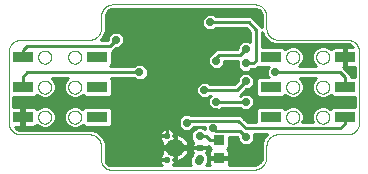
<source format=gbl>
G75*
%MOIN*%
%OFA0B0*%
%FSLAX25Y25*%
%IPPOS*%
%LPD*%
%AMOC8*
5,1,8,0,0,1.08239X$1,22.5*
%
%ADD10C,0.00000*%
%ADD11R,0.07087X0.03543*%
%ADD12C,0.02846*%
%ADD13C,0.02409*%
%ADD14C,0.02213*%
%ADD15C,0.06142*%
%ADD16C,0.00004*%
%ADD17R,0.03543X0.03543*%
%ADD18C,0.01000*%
%ADD19OC8,0.02420*%
D10*
X0045791Y0032012D02*
X0045915Y0032010D01*
X0046038Y0032004D01*
X0046162Y0031995D01*
X0046284Y0031981D01*
X0046407Y0031964D01*
X0046529Y0031942D01*
X0046650Y0031917D01*
X0046770Y0031888D01*
X0046889Y0031856D01*
X0047008Y0031819D01*
X0047125Y0031779D01*
X0047240Y0031736D01*
X0047355Y0031688D01*
X0047467Y0031637D01*
X0047578Y0031583D01*
X0047688Y0031525D01*
X0047795Y0031464D01*
X0047901Y0031399D01*
X0048004Y0031331D01*
X0048105Y0031260D01*
X0048204Y0031186D01*
X0048301Y0031109D01*
X0048395Y0031028D01*
X0048486Y0030945D01*
X0048575Y0030859D01*
X0048661Y0030770D01*
X0048744Y0030679D01*
X0048825Y0030585D01*
X0048902Y0030488D01*
X0048976Y0030389D01*
X0049047Y0030288D01*
X0049115Y0030185D01*
X0049180Y0030079D01*
X0049241Y0029972D01*
X0049299Y0029862D01*
X0049353Y0029751D01*
X0049404Y0029639D01*
X0049452Y0029524D01*
X0049495Y0029409D01*
X0049535Y0029292D01*
X0049572Y0029173D01*
X0049604Y0029054D01*
X0049633Y0028934D01*
X0049658Y0028813D01*
X0049680Y0028691D01*
X0049697Y0028568D01*
X0049711Y0028446D01*
X0049720Y0028322D01*
X0049726Y0028199D01*
X0049728Y0028075D01*
X0049728Y0024138D01*
X0049713Y0024023D01*
X0049703Y0023907D01*
X0049696Y0023791D01*
X0049693Y0023675D01*
X0049694Y0023558D01*
X0049699Y0023442D01*
X0049708Y0023326D01*
X0049720Y0023211D01*
X0049737Y0023095D01*
X0049757Y0022981D01*
X0049781Y0022867D01*
X0049809Y0022754D01*
X0049841Y0022642D01*
X0049876Y0022532D01*
X0049915Y0022422D01*
X0049958Y0022314D01*
X0050004Y0022207D01*
X0050054Y0022102D01*
X0050108Y0021999D01*
X0050164Y0021897D01*
X0050224Y0021798D01*
X0050288Y0021700D01*
X0050354Y0021605D01*
X0050424Y0021512D01*
X0050497Y0021421D01*
X0050573Y0021333D01*
X0050652Y0021247D01*
X0050733Y0021164D01*
X0050818Y0021084D01*
X0050904Y0021007D01*
X0050994Y0020933D01*
X0051086Y0020861D01*
X0051180Y0020793D01*
X0051276Y0020728D01*
X0051375Y0020666D01*
X0051476Y0020608D01*
X0051578Y0020553D01*
X0051682Y0020501D01*
X0051788Y0020453D01*
X0051896Y0020409D01*
X0052005Y0020368D01*
X0052115Y0020331D01*
X0052226Y0020297D01*
X0052338Y0020268D01*
X0052452Y0020242D01*
X0052566Y0020219D01*
X0052681Y0020201D01*
X0099925Y0020201D01*
X0100056Y0020189D01*
X0100188Y0020180D01*
X0100320Y0020175D01*
X0100452Y0020174D01*
X0100584Y0020177D01*
X0100716Y0020184D01*
X0100848Y0020195D01*
X0100979Y0020210D01*
X0101110Y0020228D01*
X0101240Y0020251D01*
X0101369Y0020277D01*
X0101498Y0020307D01*
X0101625Y0020341D01*
X0101752Y0020379D01*
X0101877Y0020420D01*
X0102002Y0020465D01*
X0102124Y0020514D01*
X0102245Y0020566D01*
X0102365Y0020622D01*
X0102483Y0020682D01*
X0102599Y0020745D01*
X0102713Y0020811D01*
X0102825Y0020881D01*
X0102935Y0020954D01*
X0103043Y0021030D01*
X0103149Y0021110D01*
X0103252Y0021192D01*
X0103353Y0021278D01*
X0103451Y0021366D01*
X0103546Y0021457D01*
X0103639Y0021552D01*
X0103728Y0021648D01*
X0103815Y0021748D01*
X0103899Y0021850D01*
X0103980Y0021954D01*
X0104058Y0022061D01*
X0104132Y0022170D01*
X0104204Y0022281D01*
X0104272Y0022394D01*
X0104336Y0022510D01*
X0104397Y0022627D01*
X0104455Y0022745D01*
X0104509Y0022866D01*
X0104559Y0022988D01*
X0104606Y0023111D01*
X0104649Y0023236D01*
X0104689Y0023362D01*
X0104725Y0023489D01*
X0104756Y0023618D01*
X0104785Y0023747D01*
X0104809Y0023876D01*
X0104829Y0024007D01*
X0104846Y0024138D01*
X0104846Y0028075D01*
X0104848Y0028199D01*
X0104854Y0028322D01*
X0104863Y0028446D01*
X0104877Y0028568D01*
X0104894Y0028691D01*
X0104916Y0028813D01*
X0104941Y0028934D01*
X0104970Y0029054D01*
X0105002Y0029173D01*
X0105039Y0029292D01*
X0105079Y0029409D01*
X0105122Y0029524D01*
X0105170Y0029639D01*
X0105221Y0029751D01*
X0105275Y0029862D01*
X0105333Y0029972D01*
X0105394Y0030079D01*
X0105459Y0030185D01*
X0105527Y0030288D01*
X0105598Y0030389D01*
X0105672Y0030488D01*
X0105749Y0030585D01*
X0105830Y0030679D01*
X0105913Y0030770D01*
X0105999Y0030859D01*
X0106088Y0030945D01*
X0106179Y0031028D01*
X0106273Y0031109D01*
X0106370Y0031186D01*
X0106469Y0031260D01*
X0106570Y0031331D01*
X0106673Y0031399D01*
X0106779Y0031464D01*
X0106886Y0031525D01*
X0106996Y0031583D01*
X0107107Y0031637D01*
X0107219Y0031688D01*
X0107334Y0031736D01*
X0107449Y0031779D01*
X0107566Y0031819D01*
X0107685Y0031856D01*
X0107804Y0031888D01*
X0107924Y0031917D01*
X0108045Y0031942D01*
X0108167Y0031964D01*
X0108290Y0031981D01*
X0108412Y0031995D01*
X0108536Y0032004D01*
X0108659Y0032010D01*
X0108783Y0032012D01*
X0131815Y0032012D01*
X0131939Y0032014D01*
X0132062Y0032020D01*
X0132186Y0032029D01*
X0132308Y0032043D01*
X0132431Y0032060D01*
X0132553Y0032082D01*
X0132674Y0032107D01*
X0132794Y0032136D01*
X0132913Y0032168D01*
X0133032Y0032205D01*
X0133149Y0032245D01*
X0133264Y0032288D01*
X0133379Y0032336D01*
X0133491Y0032387D01*
X0133602Y0032441D01*
X0133712Y0032499D01*
X0133819Y0032560D01*
X0133925Y0032625D01*
X0134028Y0032693D01*
X0134129Y0032764D01*
X0134228Y0032838D01*
X0134325Y0032915D01*
X0134419Y0032996D01*
X0134510Y0033079D01*
X0134599Y0033165D01*
X0134685Y0033254D01*
X0134768Y0033345D01*
X0134849Y0033439D01*
X0134926Y0033536D01*
X0135000Y0033635D01*
X0135071Y0033736D01*
X0135139Y0033839D01*
X0135204Y0033945D01*
X0135265Y0034052D01*
X0135323Y0034162D01*
X0135377Y0034273D01*
X0135428Y0034385D01*
X0135476Y0034500D01*
X0135519Y0034615D01*
X0135559Y0034732D01*
X0135596Y0034851D01*
X0135628Y0034970D01*
X0135657Y0035090D01*
X0135682Y0035211D01*
X0135704Y0035333D01*
X0135721Y0035456D01*
X0135735Y0035578D01*
X0135744Y0035702D01*
X0135750Y0035825D01*
X0135752Y0035949D01*
X0135752Y0059571D01*
X0135750Y0059695D01*
X0135744Y0059818D01*
X0135735Y0059942D01*
X0135721Y0060064D01*
X0135704Y0060187D01*
X0135682Y0060309D01*
X0135657Y0060430D01*
X0135628Y0060550D01*
X0135596Y0060669D01*
X0135559Y0060788D01*
X0135519Y0060905D01*
X0135476Y0061020D01*
X0135428Y0061135D01*
X0135377Y0061247D01*
X0135323Y0061358D01*
X0135265Y0061468D01*
X0135204Y0061575D01*
X0135139Y0061681D01*
X0135071Y0061784D01*
X0135000Y0061885D01*
X0134926Y0061984D01*
X0134849Y0062081D01*
X0134768Y0062175D01*
X0134685Y0062266D01*
X0134599Y0062355D01*
X0134510Y0062441D01*
X0134419Y0062524D01*
X0134325Y0062605D01*
X0134228Y0062682D01*
X0134129Y0062756D01*
X0134028Y0062827D01*
X0133925Y0062895D01*
X0133819Y0062960D01*
X0133712Y0063021D01*
X0133602Y0063079D01*
X0133491Y0063133D01*
X0133379Y0063184D01*
X0133264Y0063232D01*
X0133149Y0063275D01*
X0133032Y0063315D01*
X0132913Y0063352D01*
X0132794Y0063384D01*
X0132674Y0063413D01*
X0132553Y0063438D01*
X0132431Y0063460D01*
X0132308Y0063477D01*
X0132186Y0063491D01*
X0132062Y0063500D01*
X0131939Y0063506D01*
X0131815Y0063508D01*
X0108783Y0063508D01*
X0108659Y0063510D01*
X0108536Y0063516D01*
X0108412Y0063525D01*
X0108290Y0063539D01*
X0108167Y0063556D01*
X0108045Y0063578D01*
X0107924Y0063603D01*
X0107804Y0063632D01*
X0107685Y0063664D01*
X0107566Y0063701D01*
X0107449Y0063741D01*
X0107334Y0063784D01*
X0107219Y0063832D01*
X0107107Y0063883D01*
X0106996Y0063937D01*
X0106886Y0063995D01*
X0106779Y0064056D01*
X0106673Y0064121D01*
X0106570Y0064189D01*
X0106469Y0064260D01*
X0106370Y0064334D01*
X0106273Y0064411D01*
X0106179Y0064492D01*
X0106088Y0064575D01*
X0105999Y0064661D01*
X0105913Y0064750D01*
X0105830Y0064841D01*
X0105749Y0064935D01*
X0105672Y0065032D01*
X0105598Y0065131D01*
X0105527Y0065232D01*
X0105459Y0065335D01*
X0105394Y0065441D01*
X0105333Y0065548D01*
X0105275Y0065658D01*
X0105221Y0065769D01*
X0105170Y0065881D01*
X0105122Y0065996D01*
X0105079Y0066111D01*
X0105039Y0066228D01*
X0105002Y0066347D01*
X0104970Y0066466D01*
X0104941Y0066586D01*
X0104916Y0066707D01*
X0104894Y0066829D01*
X0104877Y0066952D01*
X0104863Y0067074D01*
X0104854Y0067198D01*
X0104848Y0067321D01*
X0104846Y0067445D01*
X0104846Y0071382D01*
X0104844Y0071506D01*
X0104838Y0071629D01*
X0104829Y0071753D01*
X0104815Y0071875D01*
X0104798Y0071998D01*
X0104776Y0072120D01*
X0104751Y0072241D01*
X0104722Y0072361D01*
X0104690Y0072480D01*
X0104653Y0072599D01*
X0104613Y0072716D01*
X0104570Y0072831D01*
X0104522Y0072946D01*
X0104471Y0073058D01*
X0104417Y0073169D01*
X0104359Y0073279D01*
X0104298Y0073386D01*
X0104233Y0073492D01*
X0104165Y0073595D01*
X0104094Y0073696D01*
X0104020Y0073795D01*
X0103943Y0073892D01*
X0103862Y0073986D01*
X0103779Y0074077D01*
X0103693Y0074166D01*
X0103604Y0074252D01*
X0103513Y0074335D01*
X0103419Y0074416D01*
X0103322Y0074493D01*
X0103223Y0074567D01*
X0103122Y0074638D01*
X0103019Y0074706D01*
X0102913Y0074771D01*
X0102806Y0074832D01*
X0102696Y0074890D01*
X0102585Y0074944D01*
X0102473Y0074995D01*
X0102358Y0075043D01*
X0102243Y0075086D01*
X0102126Y0075126D01*
X0102007Y0075163D01*
X0101888Y0075195D01*
X0101768Y0075224D01*
X0101647Y0075249D01*
X0101525Y0075271D01*
X0101402Y0075288D01*
X0101280Y0075302D01*
X0101156Y0075311D01*
X0101033Y0075317D01*
X0100909Y0075319D01*
X0053665Y0075319D01*
X0053541Y0075317D01*
X0053418Y0075311D01*
X0053294Y0075302D01*
X0053172Y0075288D01*
X0053049Y0075271D01*
X0052927Y0075249D01*
X0052806Y0075224D01*
X0052686Y0075195D01*
X0052567Y0075163D01*
X0052448Y0075126D01*
X0052331Y0075086D01*
X0052216Y0075043D01*
X0052101Y0074995D01*
X0051989Y0074944D01*
X0051878Y0074890D01*
X0051768Y0074832D01*
X0051661Y0074771D01*
X0051555Y0074706D01*
X0051452Y0074638D01*
X0051351Y0074567D01*
X0051252Y0074493D01*
X0051155Y0074416D01*
X0051061Y0074335D01*
X0050970Y0074252D01*
X0050881Y0074166D01*
X0050795Y0074077D01*
X0050712Y0073986D01*
X0050631Y0073892D01*
X0050554Y0073795D01*
X0050480Y0073696D01*
X0050409Y0073595D01*
X0050341Y0073492D01*
X0050276Y0073386D01*
X0050215Y0073279D01*
X0050157Y0073169D01*
X0050103Y0073058D01*
X0050052Y0072946D01*
X0050004Y0072831D01*
X0049961Y0072716D01*
X0049921Y0072599D01*
X0049884Y0072480D01*
X0049852Y0072361D01*
X0049823Y0072241D01*
X0049798Y0072120D01*
X0049776Y0071998D01*
X0049759Y0071875D01*
X0049745Y0071753D01*
X0049736Y0071629D01*
X0049730Y0071506D01*
X0049728Y0071382D01*
X0049728Y0067445D01*
X0049726Y0067321D01*
X0049720Y0067198D01*
X0049711Y0067074D01*
X0049697Y0066952D01*
X0049680Y0066829D01*
X0049658Y0066707D01*
X0049633Y0066586D01*
X0049604Y0066466D01*
X0049572Y0066347D01*
X0049535Y0066228D01*
X0049495Y0066111D01*
X0049452Y0065996D01*
X0049404Y0065881D01*
X0049353Y0065769D01*
X0049299Y0065658D01*
X0049241Y0065548D01*
X0049180Y0065441D01*
X0049115Y0065335D01*
X0049047Y0065232D01*
X0048976Y0065131D01*
X0048902Y0065032D01*
X0048825Y0064935D01*
X0048744Y0064841D01*
X0048661Y0064750D01*
X0048575Y0064661D01*
X0048486Y0064575D01*
X0048395Y0064492D01*
X0048301Y0064411D01*
X0048204Y0064334D01*
X0048105Y0064260D01*
X0048004Y0064189D01*
X0047901Y0064121D01*
X0047795Y0064056D01*
X0047688Y0063995D01*
X0047578Y0063937D01*
X0047467Y0063883D01*
X0047355Y0063832D01*
X0047240Y0063784D01*
X0047125Y0063741D01*
X0047008Y0063701D01*
X0046889Y0063664D01*
X0046770Y0063632D01*
X0046650Y0063603D01*
X0046529Y0063578D01*
X0046407Y0063556D01*
X0046284Y0063539D01*
X0046162Y0063525D01*
X0046038Y0063516D01*
X0045915Y0063510D01*
X0045791Y0063508D01*
X0022898Y0063508D01*
X0022774Y0063506D01*
X0022651Y0063500D01*
X0022527Y0063491D01*
X0022405Y0063477D01*
X0022282Y0063460D01*
X0022160Y0063438D01*
X0022039Y0063413D01*
X0021919Y0063384D01*
X0021800Y0063352D01*
X0021681Y0063315D01*
X0021564Y0063275D01*
X0021449Y0063232D01*
X0021334Y0063184D01*
X0021222Y0063133D01*
X0021111Y0063079D01*
X0021001Y0063021D01*
X0020894Y0062960D01*
X0020788Y0062895D01*
X0020685Y0062827D01*
X0020584Y0062756D01*
X0020485Y0062682D01*
X0020388Y0062605D01*
X0020294Y0062524D01*
X0020203Y0062441D01*
X0020114Y0062355D01*
X0020028Y0062266D01*
X0019945Y0062175D01*
X0019864Y0062081D01*
X0019787Y0061984D01*
X0019713Y0061885D01*
X0019642Y0061784D01*
X0019574Y0061681D01*
X0019509Y0061575D01*
X0019448Y0061468D01*
X0019390Y0061358D01*
X0019336Y0061247D01*
X0019285Y0061135D01*
X0019237Y0061020D01*
X0019194Y0060905D01*
X0019154Y0060788D01*
X0019117Y0060669D01*
X0019085Y0060550D01*
X0019056Y0060430D01*
X0019031Y0060309D01*
X0019009Y0060187D01*
X0018992Y0060064D01*
X0018978Y0059942D01*
X0018969Y0059818D01*
X0018963Y0059695D01*
X0018961Y0059571D01*
X0018961Y0035949D01*
X0018963Y0035825D01*
X0018969Y0035702D01*
X0018978Y0035578D01*
X0018992Y0035456D01*
X0019009Y0035333D01*
X0019031Y0035211D01*
X0019056Y0035090D01*
X0019085Y0034970D01*
X0019117Y0034851D01*
X0019154Y0034732D01*
X0019194Y0034615D01*
X0019237Y0034500D01*
X0019285Y0034385D01*
X0019336Y0034273D01*
X0019390Y0034162D01*
X0019448Y0034052D01*
X0019509Y0033945D01*
X0019574Y0033839D01*
X0019642Y0033736D01*
X0019713Y0033635D01*
X0019787Y0033536D01*
X0019864Y0033439D01*
X0019945Y0033345D01*
X0020028Y0033254D01*
X0020114Y0033165D01*
X0020203Y0033079D01*
X0020294Y0032996D01*
X0020388Y0032915D01*
X0020485Y0032838D01*
X0020584Y0032764D01*
X0020685Y0032693D01*
X0020788Y0032625D01*
X0020894Y0032560D01*
X0021001Y0032499D01*
X0021111Y0032441D01*
X0021222Y0032387D01*
X0021334Y0032336D01*
X0021449Y0032288D01*
X0021564Y0032245D01*
X0021681Y0032205D01*
X0021800Y0032168D01*
X0021919Y0032136D01*
X0022039Y0032107D01*
X0022160Y0032082D01*
X0022282Y0032060D01*
X0022405Y0032043D01*
X0022527Y0032029D01*
X0022651Y0032020D01*
X0022774Y0032014D01*
X0022898Y0032012D01*
X0045791Y0032012D01*
X0038784Y0037760D02*
X0038786Y0037853D01*
X0038792Y0037945D01*
X0038802Y0038037D01*
X0038816Y0038128D01*
X0038833Y0038219D01*
X0038855Y0038309D01*
X0038880Y0038398D01*
X0038909Y0038486D01*
X0038942Y0038572D01*
X0038979Y0038657D01*
X0039019Y0038741D01*
X0039063Y0038822D01*
X0039110Y0038902D01*
X0039160Y0038980D01*
X0039214Y0039055D01*
X0039271Y0039128D01*
X0039331Y0039198D01*
X0039394Y0039266D01*
X0039460Y0039331D01*
X0039528Y0039393D01*
X0039599Y0039453D01*
X0039673Y0039509D01*
X0039749Y0039562D01*
X0039827Y0039611D01*
X0039907Y0039658D01*
X0039989Y0039700D01*
X0040073Y0039740D01*
X0040158Y0039775D01*
X0040245Y0039807D01*
X0040333Y0039836D01*
X0040422Y0039860D01*
X0040512Y0039881D01*
X0040603Y0039897D01*
X0040695Y0039910D01*
X0040787Y0039919D01*
X0040880Y0039924D01*
X0040972Y0039925D01*
X0041065Y0039922D01*
X0041157Y0039915D01*
X0041249Y0039904D01*
X0041340Y0039889D01*
X0041431Y0039871D01*
X0041521Y0039848D01*
X0041609Y0039822D01*
X0041697Y0039792D01*
X0041783Y0039758D01*
X0041867Y0039721D01*
X0041950Y0039679D01*
X0042031Y0039635D01*
X0042111Y0039587D01*
X0042188Y0039536D01*
X0042262Y0039481D01*
X0042335Y0039423D01*
X0042405Y0039363D01*
X0042472Y0039299D01*
X0042536Y0039233D01*
X0042598Y0039163D01*
X0042656Y0039092D01*
X0042711Y0039018D01*
X0042763Y0038941D01*
X0042812Y0038862D01*
X0042858Y0038782D01*
X0042900Y0038699D01*
X0042938Y0038615D01*
X0042973Y0038529D01*
X0043004Y0038442D01*
X0043031Y0038354D01*
X0043054Y0038264D01*
X0043074Y0038174D01*
X0043090Y0038083D01*
X0043102Y0037991D01*
X0043110Y0037899D01*
X0043114Y0037806D01*
X0043114Y0037714D01*
X0043110Y0037621D01*
X0043102Y0037529D01*
X0043090Y0037437D01*
X0043074Y0037346D01*
X0043054Y0037256D01*
X0043031Y0037166D01*
X0043004Y0037078D01*
X0042973Y0036991D01*
X0042938Y0036905D01*
X0042900Y0036821D01*
X0042858Y0036738D01*
X0042812Y0036658D01*
X0042763Y0036579D01*
X0042711Y0036502D01*
X0042656Y0036428D01*
X0042598Y0036357D01*
X0042536Y0036287D01*
X0042472Y0036221D01*
X0042405Y0036157D01*
X0042335Y0036097D01*
X0042262Y0036039D01*
X0042188Y0035984D01*
X0042111Y0035933D01*
X0042032Y0035885D01*
X0041950Y0035841D01*
X0041867Y0035799D01*
X0041783Y0035762D01*
X0041697Y0035728D01*
X0041609Y0035698D01*
X0041521Y0035672D01*
X0041431Y0035649D01*
X0041340Y0035631D01*
X0041249Y0035616D01*
X0041157Y0035605D01*
X0041065Y0035598D01*
X0040972Y0035595D01*
X0040880Y0035596D01*
X0040787Y0035601D01*
X0040695Y0035610D01*
X0040603Y0035623D01*
X0040512Y0035639D01*
X0040422Y0035660D01*
X0040333Y0035684D01*
X0040245Y0035713D01*
X0040158Y0035745D01*
X0040073Y0035780D01*
X0039989Y0035820D01*
X0039907Y0035862D01*
X0039827Y0035909D01*
X0039749Y0035958D01*
X0039673Y0036011D01*
X0039599Y0036067D01*
X0039528Y0036127D01*
X0039460Y0036189D01*
X0039394Y0036254D01*
X0039331Y0036322D01*
X0039271Y0036392D01*
X0039214Y0036465D01*
X0039160Y0036540D01*
X0039110Y0036618D01*
X0039063Y0036698D01*
X0039019Y0036779D01*
X0038979Y0036863D01*
X0038942Y0036948D01*
X0038909Y0037034D01*
X0038880Y0037122D01*
X0038855Y0037211D01*
X0038833Y0037301D01*
X0038816Y0037392D01*
X0038802Y0037483D01*
X0038792Y0037575D01*
X0038786Y0037667D01*
X0038784Y0037760D01*
X0028784Y0037760D02*
X0028786Y0037853D01*
X0028792Y0037945D01*
X0028802Y0038037D01*
X0028816Y0038128D01*
X0028833Y0038219D01*
X0028855Y0038309D01*
X0028880Y0038398D01*
X0028909Y0038486D01*
X0028942Y0038572D01*
X0028979Y0038657D01*
X0029019Y0038741D01*
X0029063Y0038822D01*
X0029110Y0038902D01*
X0029160Y0038980D01*
X0029214Y0039055D01*
X0029271Y0039128D01*
X0029331Y0039198D01*
X0029394Y0039266D01*
X0029460Y0039331D01*
X0029528Y0039393D01*
X0029599Y0039453D01*
X0029673Y0039509D01*
X0029749Y0039562D01*
X0029827Y0039611D01*
X0029907Y0039658D01*
X0029989Y0039700D01*
X0030073Y0039740D01*
X0030158Y0039775D01*
X0030245Y0039807D01*
X0030333Y0039836D01*
X0030422Y0039860D01*
X0030512Y0039881D01*
X0030603Y0039897D01*
X0030695Y0039910D01*
X0030787Y0039919D01*
X0030880Y0039924D01*
X0030972Y0039925D01*
X0031065Y0039922D01*
X0031157Y0039915D01*
X0031249Y0039904D01*
X0031340Y0039889D01*
X0031431Y0039871D01*
X0031521Y0039848D01*
X0031609Y0039822D01*
X0031697Y0039792D01*
X0031783Y0039758D01*
X0031867Y0039721D01*
X0031950Y0039679D01*
X0032031Y0039635D01*
X0032111Y0039587D01*
X0032188Y0039536D01*
X0032262Y0039481D01*
X0032335Y0039423D01*
X0032405Y0039363D01*
X0032472Y0039299D01*
X0032536Y0039233D01*
X0032598Y0039163D01*
X0032656Y0039092D01*
X0032711Y0039018D01*
X0032763Y0038941D01*
X0032812Y0038862D01*
X0032858Y0038782D01*
X0032900Y0038699D01*
X0032938Y0038615D01*
X0032973Y0038529D01*
X0033004Y0038442D01*
X0033031Y0038354D01*
X0033054Y0038264D01*
X0033074Y0038174D01*
X0033090Y0038083D01*
X0033102Y0037991D01*
X0033110Y0037899D01*
X0033114Y0037806D01*
X0033114Y0037714D01*
X0033110Y0037621D01*
X0033102Y0037529D01*
X0033090Y0037437D01*
X0033074Y0037346D01*
X0033054Y0037256D01*
X0033031Y0037166D01*
X0033004Y0037078D01*
X0032973Y0036991D01*
X0032938Y0036905D01*
X0032900Y0036821D01*
X0032858Y0036738D01*
X0032812Y0036658D01*
X0032763Y0036579D01*
X0032711Y0036502D01*
X0032656Y0036428D01*
X0032598Y0036357D01*
X0032536Y0036287D01*
X0032472Y0036221D01*
X0032405Y0036157D01*
X0032335Y0036097D01*
X0032262Y0036039D01*
X0032188Y0035984D01*
X0032111Y0035933D01*
X0032032Y0035885D01*
X0031950Y0035841D01*
X0031867Y0035799D01*
X0031783Y0035762D01*
X0031697Y0035728D01*
X0031609Y0035698D01*
X0031521Y0035672D01*
X0031431Y0035649D01*
X0031340Y0035631D01*
X0031249Y0035616D01*
X0031157Y0035605D01*
X0031065Y0035598D01*
X0030972Y0035595D01*
X0030880Y0035596D01*
X0030787Y0035601D01*
X0030695Y0035610D01*
X0030603Y0035623D01*
X0030512Y0035639D01*
X0030422Y0035660D01*
X0030333Y0035684D01*
X0030245Y0035713D01*
X0030158Y0035745D01*
X0030073Y0035780D01*
X0029989Y0035820D01*
X0029907Y0035862D01*
X0029827Y0035909D01*
X0029749Y0035958D01*
X0029673Y0036011D01*
X0029599Y0036067D01*
X0029528Y0036127D01*
X0029460Y0036189D01*
X0029394Y0036254D01*
X0029331Y0036322D01*
X0029271Y0036392D01*
X0029214Y0036465D01*
X0029160Y0036540D01*
X0029110Y0036618D01*
X0029063Y0036698D01*
X0029019Y0036779D01*
X0028979Y0036863D01*
X0028942Y0036948D01*
X0028909Y0037034D01*
X0028880Y0037122D01*
X0028855Y0037211D01*
X0028833Y0037301D01*
X0028816Y0037392D01*
X0028802Y0037483D01*
X0028792Y0037575D01*
X0028786Y0037667D01*
X0028784Y0037760D01*
X0028784Y0047760D02*
X0028786Y0047853D01*
X0028792Y0047945D01*
X0028802Y0048037D01*
X0028816Y0048128D01*
X0028833Y0048219D01*
X0028855Y0048309D01*
X0028880Y0048398D01*
X0028909Y0048486D01*
X0028942Y0048572D01*
X0028979Y0048657D01*
X0029019Y0048741D01*
X0029063Y0048822D01*
X0029110Y0048902D01*
X0029160Y0048980D01*
X0029214Y0049055D01*
X0029271Y0049128D01*
X0029331Y0049198D01*
X0029394Y0049266D01*
X0029460Y0049331D01*
X0029528Y0049393D01*
X0029599Y0049453D01*
X0029673Y0049509D01*
X0029749Y0049562D01*
X0029827Y0049611D01*
X0029907Y0049658D01*
X0029989Y0049700D01*
X0030073Y0049740D01*
X0030158Y0049775D01*
X0030245Y0049807D01*
X0030333Y0049836D01*
X0030422Y0049860D01*
X0030512Y0049881D01*
X0030603Y0049897D01*
X0030695Y0049910D01*
X0030787Y0049919D01*
X0030880Y0049924D01*
X0030972Y0049925D01*
X0031065Y0049922D01*
X0031157Y0049915D01*
X0031249Y0049904D01*
X0031340Y0049889D01*
X0031431Y0049871D01*
X0031521Y0049848D01*
X0031609Y0049822D01*
X0031697Y0049792D01*
X0031783Y0049758D01*
X0031867Y0049721D01*
X0031950Y0049679D01*
X0032031Y0049635D01*
X0032111Y0049587D01*
X0032188Y0049536D01*
X0032262Y0049481D01*
X0032335Y0049423D01*
X0032405Y0049363D01*
X0032472Y0049299D01*
X0032536Y0049233D01*
X0032598Y0049163D01*
X0032656Y0049092D01*
X0032711Y0049018D01*
X0032763Y0048941D01*
X0032812Y0048862D01*
X0032858Y0048782D01*
X0032900Y0048699D01*
X0032938Y0048615D01*
X0032973Y0048529D01*
X0033004Y0048442D01*
X0033031Y0048354D01*
X0033054Y0048264D01*
X0033074Y0048174D01*
X0033090Y0048083D01*
X0033102Y0047991D01*
X0033110Y0047899D01*
X0033114Y0047806D01*
X0033114Y0047714D01*
X0033110Y0047621D01*
X0033102Y0047529D01*
X0033090Y0047437D01*
X0033074Y0047346D01*
X0033054Y0047256D01*
X0033031Y0047166D01*
X0033004Y0047078D01*
X0032973Y0046991D01*
X0032938Y0046905D01*
X0032900Y0046821D01*
X0032858Y0046738D01*
X0032812Y0046658D01*
X0032763Y0046579D01*
X0032711Y0046502D01*
X0032656Y0046428D01*
X0032598Y0046357D01*
X0032536Y0046287D01*
X0032472Y0046221D01*
X0032405Y0046157D01*
X0032335Y0046097D01*
X0032262Y0046039D01*
X0032188Y0045984D01*
X0032111Y0045933D01*
X0032032Y0045885D01*
X0031950Y0045841D01*
X0031867Y0045799D01*
X0031783Y0045762D01*
X0031697Y0045728D01*
X0031609Y0045698D01*
X0031521Y0045672D01*
X0031431Y0045649D01*
X0031340Y0045631D01*
X0031249Y0045616D01*
X0031157Y0045605D01*
X0031065Y0045598D01*
X0030972Y0045595D01*
X0030880Y0045596D01*
X0030787Y0045601D01*
X0030695Y0045610D01*
X0030603Y0045623D01*
X0030512Y0045639D01*
X0030422Y0045660D01*
X0030333Y0045684D01*
X0030245Y0045713D01*
X0030158Y0045745D01*
X0030073Y0045780D01*
X0029989Y0045820D01*
X0029907Y0045862D01*
X0029827Y0045909D01*
X0029749Y0045958D01*
X0029673Y0046011D01*
X0029599Y0046067D01*
X0029528Y0046127D01*
X0029460Y0046189D01*
X0029394Y0046254D01*
X0029331Y0046322D01*
X0029271Y0046392D01*
X0029214Y0046465D01*
X0029160Y0046540D01*
X0029110Y0046618D01*
X0029063Y0046698D01*
X0029019Y0046779D01*
X0028979Y0046863D01*
X0028942Y0046948D01*
X0028909Y0047034D01*
X0028880Y0047122D01*
X0028855Y0047211D01*
X0028833Y0047301D01*
X0028816Y0047392D01*
X0028802Y0047483D01*
X0028792Y0047575D01*
X0028786Y0047667D01*
X0028784Y0047760D01*
X0038784Y0047760D02*
X0038786Y0047853D01*
X0038792Y0047945D01*
X0038802Y0048037D01*
X0038816Y0048128D01*
X0038833Y0048219D01*
X0038855Y0048309D01*
X0038880Y0048398D01*
X0038909Y0048486D01*
X0038942Y0048572D01*
X0038979Y0048657D01*
X0039019Y0048741D01*
X0039063Y0048822D01*
X0039110Y0048902D01*
X0039160Y0048980D01*
X0039214Y0049055D01*
X0039271Y0049128D01*
X0039331Y0049198D01*
X0039394Y0049266D01*
X0039460Y0049331D01*
X0039528Y0049393D01*
X0039599Y0049453D01*
X0039673Y0049509D01*
X0039749Y0049562D01*
X0039827Y0049611D01*
X0039907Y0049658D01*
X0039989Y0049700D01*
X0040073Y0049740D01*
X0040158Y0049775D01*
X0040245Y0049807D01*
X0040333Y0049836D01*
X0040422Y0049860D01*
X0040512Y0049881D01*
X0040603Y0049897D01*
X0040695Y0049910D01*
X0040787Y0049919D01*
X0040880Y0049924D01*
X0040972Y0049925D01*
X0041065Y0049922D01*
X0041157Y0049915D01*
X0041249Y0049904D01*
X0041340Y0049889D01*
X0041431Y0049871D01*
X0041521Y0049848D01*
X0041609Y0049822D01*
X0041697Y0049792D01*
X0041783Y0049758D01*
X0041867Y0049721D01*
X0041950Y0049679D01*
X0042031Y0049635D01*
X0042111Y0049587D01*
X0042188Y0049536D01*
X0042262Y0049481D01*
X0042335Y0049423D01*
X0042405Y0049363D01*
X0042472Y0049299D01*
X0042536Y0049233D01*
X0042598Y0049163D01*
X0042656Y0049092D01*
X0042711Y0049018D01*
X0042763Y0048941D01*
X0042812Y0048862D01*
X0042858Y0048782D01*
X0042900Y0048699D01*
X0042938Y0048615D01*
X0042973Y0048529D01*
X0043004Y0048442D01*
X0043031Y0048354D01*
X0043054Y0048264D01*
X0043074Y0048174D01*
X0043090Y0048083D01*
X0043102Y0047991D01*
X0043110Y0047899D01*
X0043114Y0047806D01*
X0043114Y0047714D01*
X0043110Y0047621D01*
X0043102Y0047529D01*
X0043090Y0047437D01*
X0043074Y0047346D01*
X0043054Y0047256D01*
X0043031Y0047166D01*
X0043004Y0047078D01*
X0042973Y0046991D01*
X0042938Y0046905D01*
X0042900Y0046821D01*
X0042858Y0046738D01*
X0042812Y0046658D01*
X0042763Y0046579D01*
X0042711Y0046502D01*
X0042656Y0046428D01*
X0042598Y0046357D01*
X0042536Y0046287D01*
X0042472Y0046221D01*
X0042405Y0046157D01*
X0042335Y0046097D01*
X0042262Y0046039D01*
X0042188Y0045984D01*
X0042111Y0045933D01*
X0042032Y0045885D01*
X0041950Y0045841D01*
X0041867Y0045799D01*
X0041783Y0045762D01*
X0041697Y0045728D01*
X0041609Y0045698D01*
X0041521Y0045672D01*
X0041431Y0045649D01*
X0041340Y0045631D01*
X0041249Y0045616D01*
X0041157Y0045605D01*
X0041065Y0045598D01*
X0040972Y0045595D01*
X0040880Y0045596D01*
X0040787Y0045601D01*
X0040695Y0045610D01*
X0040603Y0045623D01*
X0040512Y0045639D01*
X0040422Y0045660D01*
X0040333Y0045684D01*
X0040245Y0045713D01*
X0040158Y0045745D01*
X0040073Y0045780D01*
X0039989Y0045820D01*
X0039907Y0045862D01*
X0039827Y0045909D01*
X0039749Y0045958D01*
X0039673Y0046011D01*
X0039599Y0046067D01*
X0039528Y0046127D01*
X0039460Y0046189D01*
X0039394Y0046254D01*
X0039331Y0046322D01*
X0039271Y0046392D01*
X0039214Y0046465D01*
X0039160Y0046540D01*
X0039110Y0046618D01*
X0039063Y0046698D01*
X0039019Y0046779D01*
X0038979Y0046863D01*
X0038942Y0046948D01*
X0038909Y0047034D01*
X0038880Y0047122D01*
X0038855Y0047211D01*
X0038833Y0047301D01*
X0038816Y0047392D01*
X0038802Y0047483D01*
X0038792Y0047575D01*
X0038786Y0047667D01*
X0038784Y0047760D01*
X0038784Y0057760D02*
X0038786Y0057853D01*
X0038792Y0057945D01*
X0038802Y0058037D01*
X0038816Y0058128D01*
X0038833Y0058219D01*
X0038855Y0058309D01*
X0038880Y0058398D01*
X0038909Y0058486D01*
X0038942Y0058572D01*
X0038979Y0058657D01*
X0039019Y0058741D01*
X0039063Y0058822D01*
X0039110Y0058902D01*
X0039160Y0058980D01*
X0039214Y0059055D01*
X0039271Y0059128D01*
X0039331Y0059198D01*
X0039394Y0059266D01*
X0039460Y0059331D01*
X0039528Y0059393D01*
X0039599Y0059453D01*
X0039673Y0059509D01*
X0039749Y0059562D01*
X0039827Y0059611D01*
X0039907Y0059658D01*
X0039989Y0059700D01*
X0040073Y0059740D01*
X0040158Y0059775D01*
X0040245Y0059807D01*
X0040333Y0059836D01*
X0040422Y0059860D01*
X0040512Y0059881D01*
X0040603Y0059897D01*
X0040695Y0059910D01*
X0040787Y0059919D01*
X0040880Y0059924D01*
X0040972Y0059925D01*
X0041065Y0059922D01*
X0041157Y0059915D01*
X0041249Y0059904D01*
X0041340Y0059889D01*
X0041431Y0059871D01*
X0041521Y0059848D01*
X0041609Y0059822D01*
X0041697Y0059792D01*
X0041783Y0059758D01*
X0041867Y0059721D01*
X0041950Y0059679D01*
X0042031Y0059635D01*
X0042111Y0059587D01*
X0042188Y0059536D01*
X0042262Y0059481D01*
X0042335Y0059423D01*
X0042405Y0059363D01*
X0042472Y0059299D01*
X0042536Y0059233D01*
X0042598Y0059163D01*
X0042656Y0059092D01*
X0042711Y0059018D01*
X0042763Y0058941D01*
X0042812Y0058862D01*
X0042858Y0058782D01*
X0042900Y0058699D01*
X0042938Y0058615D01*
X0042973Y0058529D01*
X0043004Y0058442D01*
X0043031Y0058354D01*
X0043054Y0058264D01*
X0043074Y0058174D01*
X0043090Y0058083D01*
X0043102Y0057991D01*
X0043110Y0057899D01*
X0043114Y0057806D01*
X0043114Y0057714D01*
X0043110Y0057621D01*
X0043102Y0057529D01*
X0043090Y0057437D01*
X0043074Y0057346D01*
X0043054Y0057256D01*
X0043031Y0057166D01*
X0043004Y0057078D01*
X0042973Y0056991D01*
X0042938Y0056905D01*
X0042900Y0056821D01*
X0042858Y0056738D01*
X0042812Y0056658D01*
X0042763Y0056579D01*
X0042711Y0056502D01*
X0042656Y0056428D01*
X0042598Y0056357D01*
X0042536Y0056287D01*
X0042472Y0056221D01*
X0042405Y0056157D01*
X0042335Y0056097D01*
X0042262Y0056039D01*
X0042188Y0055984D01*
X0042111Y0055933D01*
X0042032Y0055885D01*
X0041950Y0055841D01*
X0041867Y0055799D01*
X0041783Y0055762D01*
X0041697Y0055728D01*
X0041609Y0055698D01*
X0041521Y0055672D01*
X0041431Y0055649D01*
X0041340Y0055631D01*
X0041249Y0055616D01*
X0041157Y0055605D01*
X0041065Y0055598D01*
X0040972Y0055595D01*
X0040880Y0055596D01*
X0040787Y0055601D01*
X0040695Y0055610D01*
X0040603Y0055623D01*
X0040512Y0055639D01*
X0040422Y0055660D01*
X0040333Y0055684D01*
X0040245Y0055713D01*
X0040158Y0055745D01*
X0040073Y0055780D01*
X0039989Y0055820D01*
X0039907Y0055862D01*
X0039827Y0055909D01*
X0039749Y0055958D01*
X0039673Y0056011D01*
X0039599Y0056067D01*
X0039528Y0056127D01*
X0039460Y0056189D01*
X0039394Y0056254D01*
X0039331Y0056322D01*
X0039271Y0056392D01*
X0039214Y0056465D01*
X0039160Y0056540D01*
X0039110Y0056618D01*
X0039063Y0056698D01*
X0039019Y0056779D01*
X0038979Y0056863D01*
X0038942Y0056948D01*
X0038909Y0057034D01*
X0038880Y0057122D01*
X0038855Y0057211D01*
X0038833Y0057301D01*
X0038816Y0057392D01*
X0038802Y0057483D01*
X0038792Y0057575D01*
X0038786Y0057667D01*
X0038784Y0057760D01*
X0028784Y0057760D02*
X0028786Y0057853D01*
X0028792Y0057945D01*
X0028802Y0058037D01*
X0028816Y0058128D01*
X0028833Y0058219D01*
X0028855Y0058309D01*
X0028880Y0058398D01*
X0028909Y0058486D01*
X0028942Y0058572D01*
X0028979Y0058657D01*
X0029019Y0058741D01*
X0029063Y0058822D01*
X0029110Y0058902D01*
X0029160Y0058980D01*
X0029214Y0059055D01*
X0029271Y0059128D01*
X0029331Y0059198D01*
X0029394Y0059266D01*
X0029460Y0059331D01*
X0029528Y0059393D01*
X0029599Y0059453D01*
X0029673Y0059509D01*
X0029749Y0059562D01*
X0029827Y0059611D01*
X0029907Y0059658D01*
X0029989Y0059700D01*
X0030073Y0059740D01*
X0030158Y0059775D01*
X0030245Y0059807D01*
X0030333Y0059836D01*
X0030422Y0059860D01*
X0030512Y0059881D01*
X0030603Y0059897D01*
X0030695Y0059910D01*
X0030787Y0059919D01*
X0030880Y0059924D01*
X0030972Y0059925D01*
X0031065Y0059922D01*
X0031157Y0059915D01*
X0031249Y0059904D01*
X0031340Y0059889D01*
X0031431Y0059871D01*
X0031521Y0059848D01*
X0031609Y0059822D01*
X0031697Y0059792D01*
X0031783Y0059758D01*
X0031867Y0059721D01*
X0031950Y0059679D01*
X0032031Y0059635D01*
X0032111Y0059587D01*
X0032188Y0059536D01*
X0032262Y0059481D01*
X0032335Y0059423D01*
X0032405Y0059363D01*
X0032472Y0059299D01*
X0032536Y0059233D01*
X0032598Y0059163D01*
X0032656Y0059092D01*
X0032711Y0059018D01*
X0032763Y0058941D01*
X0032812Y0058862D01*
X0032858Y0058782D01*
X0032900Y0058699D01*
X0032938Y0058615D01*
X0032973Y0058529D01*
X0033004Y0058442D01*
X0033031Y0058354D01*
X0033054Y0058264D01*
X0033074Y0058174D01*
X0033090Y0058083D01*
X0033102Y0057991D01*
X0033110Y0057899D01*
X0033114Y0057806D01*
X0033114Y0057714D01*
X0033110Y0057621D01*
X0033102Y0057529D01*
X0033090Y0057437D01*
X0033074Y0057346D01*
X0033054Y0057256D01*
X0033031Y0057166D01*
X0033004Y0057078D01*
X0032973Y0056991D01*
X0032938Y0056905D01*
X0032900Y0056821D01*
X0032858Y0056738D01*
X0032812Y0056658D01*
X0032763Y0056579D01*
X0032711Y0056502D01*
X0032656Y0056428D01*
X0032598Y0056357D01*
X0032536Y0056287D01*
X0032472Y0056221D01*
X0032405Y0056157D01*
X0032335Y0056097D01*
X0032262Y0056039D01*
X0032188Y0055984D01*
X0032111Y0055933D01*
X0032032Y0055885D01*
X0031950Y0055841D01*
X0031867Y0055799D01*
X0031783Y0055762D01*
X0031697Y0055728D01*
X0031609Y0055698D01*
X0031521Y0055672D01*
X0031431Y0055649D01*
X0031340Y0055631D01*
X0031249Y0055616D01*
X0031157Y0055605D01*
X0031065Y0055598D01*
X0030972Y0055595D01*
X0030880Y0055596D01*
X0030787Y0055601D01*
X0030695Y0055610D01*
X0030603Y0055623D01*
X0030512Y0055639D01*
X0030422Y0055660D01*
X0030333Y0055684D01*
X0030245Y0055713D01*
X0030158Y0055745D01*
X0030073Y0055780D01*
X0029989Y0055820D01*
X0029907Y0055862D01*
X0029827Y0055909D01*
X0029749Y0055958D01*
X0029673Y0056011D01*
X0029599Y0056067D01*
X0029528Y0056127D01*
X0029460Y0056189D01*
X0029394Y0056254D01*
X0029331Y0056322D01*
X0029271Y0056392D01*
X0029214Y0056465D01*
X0029160Y0056540D01*
X0029110Y0056618D01*
X0029063Y0056698D01*
X0029019Y0056779D01*
X0028979Y0056863D01*
X0028942Y0056948D01*
X0028909Y0057034D01*
X0028880Y0057122D01*
X0028855Y0057211D01*
X0028833Y0057301D01*
X0028816Y0057392D01*
X0028802Y0057483D01*
X0028792Y0057575D01*
X0028786Y0057667D01*
X0028784Y0057760D01*
X0111461Y0057760D02*
X0111463Y0057853D01*
X0111469Y0057945D01*
X0111479Y0058037D01*
X0111493Y0058128D01*
X0111510Y0058219D01*
X0111532Y0058309D01*
X0111557Y0058398D01*
X0111586Y0058486D01*
X0111619Y0058572D01*
X0111656Y0058657D01*
X0111696Y0058741D01*
X0111740Y0058822D01*
X0111787Y0058902D01*
X0111837Y0058980D01*
X0111891Y0059055D01*
X0111948Y0059128D01*
X0112008Y0059198D01*
X0112071Y0059266D01*
X0112137Y0059331D01*
X0112205Y0059393D01*
X0112276Y0059453D01*
X0112350Y0059509D01*
X0112426Y0059562D01*
X0112504Y0059611D01*
X0112584Y0059658D01*
X0112666Y0059700D01*
X0112750Y0059740D01*
X0112835Y0059775D01*
X0112922Y0059807D01*
X0113010Y0059836D01*
X0113099Y0059860D01*
X0113189Y0059881D01*
X0113280Y0059897D01*
X0113372Y0059910D01*
X0113464Y0059919D01*
X0113557Y0059924D01*
X0113649Y0059925D01*
X0113742Y0059922D01*
X0113834Y0059915D01*
X0113926Y0059904D01*
X0114017Y0059889D01*
X0114108Y0059871D01*
X0114198Y0059848D01*
X0114286Y0059822D01*
X0114374Y0059792D01*
X0114460Y0059758D01*
X0114544Y0059721D01*
X0114627Y0059679D01*
X0114708Y0059635D01*
X0114788Y0059587D01*
X0114865Y0059536D01*
X0114939Y0059481D01*
X0115012Y0059423D01*
X0115082Y0059363D01*
X0115149Y0059299D01*
X0115213Y0059233D01*
X0115275Y0059163D01*
X0115333Y0059092D01*
X0115388Y0059018D01*
X0115440Y0058941D01*
X0115489Y0058862D01*
X0115535Y0058782D01*
X0115577Y0058699D01*
X0115615Y0058615D01*
X0115650Y0058529D01*
X0115681Y0058442D01*
X0115708Y0058354D01*
X0115731Y0058264D01*
X0115751Y0058174D01*
X0115767Y0058083D01*
X0115779Y0057991D01*
X0115787Y0057899D01*
X0115791Y0057806D01*
X0115791Y0057714D01*
X0115787Y0057621D01*
X0115779Y0057529D01*
X0115767Y0057437D01*
X0115751Y0057346D01*
X0115731Y0057256D01*
X0115708Y0057166D01*
X0115681Y0057078D01*
X0115650Y0056991D01*
X0115615Y0056905D01*
X0115577Y0056821D01*
X0115535Y0056738D01*
X0115489Y0056658D01*
X0115440Y0056579D01*
X0115388Y0056502D01*
X0115333Y0056428D01*
X0115275Y0056357D01*
X0115213Y0056287D01*
X0115149Y0056221D01*
X0115082Y0056157D01*
X0115012Y0056097D01*
X0114939Y0056039D01*
X0114865Y0055984D01*
X0114788Y0055933D01*
X0114709Y0055885D01*
X0114627Y0055841D01*
X0114544Y0055799D01*
X0114460Y0055762D01*
X0114374Y0055728D01*
X0114286Y0055698D01*
X0114198Y0055672D01*
X0114108Y0055649D01*
X0114017Y0055631D01*
X0113926Y0055616D01*
X0113834Y0055605D01*
X0113742Y0055598D01*
X0113649Y0055595D01*
X0113557Y0055596D01*
X0113464Y0055601D01*
X0113372Y0055610D01*
X0113280Y0055623D01*
X0113189Y0055639D01*
X0113099Y0055660D01*
X0113010Y0055684D01*
X0112922Y0055713D01*
X0112835Y0055745D01*
X0112750Y0055780D01*
X0112666Y0055820D01*
X0112584Y0055862D01*
X0112504Y0055909D01*
X0112426Y0055958D01*
X0112350Y0056011D01*
X0112276Y0056067D01*
X0112205Y0056127D01*
X0112137Y0056189D01*
X0112071Y0056254D01*
X0112008Y0056322D01*
X0111948Y0056392D01*
X0111891Y0056465D01*
X0111837Y0056540D01*
X0111787Y0056618D01*
X0111740Y0056698D01*
X0111696Y0056779D01*
X0111656Y0056863D01*
X0111619Y0056948D01*
X0111586Y0057034D01*
X0111557Y0057122D01*
X0111532Y0057211D01*
X0111510Y0057301D01*
X0111493Y0057392D01*
X0111479Y0057483D01*
X0111469Y0057575D01*
X0111463Y0057667D01*
X0111461Y0057760D01*
X0121461Y0057760D02*
X0121463Y0057853D01*
X0121469Y0057945D01*
X0121479Y0058037D01*
X0121493Y0058128D01*
X0121510Y0058219D01*
X0121532Y0058309D01*
X0121557Y0058398D01*
X0121586Y0058486D01*
X0121619Y0058572D01*
X0121656Y0058657D01*
X0121696Y0058741D01*
X0121740Y0058822D01*
X0121787Y0058902D01*
X0121837Y0058980D01*
X0121891Y0059055D01*
X0121948Y0059128D01*
X0122008Y0059198D01*
X0122071Y0059266D01*
X0122137Y0059331D01*
X0122205Y0059393D01*
X0122276Y0059453D01*
X0122350Y0059509D01*
X0122426Y0059562D01*
X0122504Y0059611D01*
X0122584Y0059658D01*
X0122666Y0059700D01*
X0122750Y0059740D01*
X0122835Y0059775D01*
X0122922Y0059807D01*
X0123010Y0059836D01*
X0123099Y0059860D01*
X0123189Y0059881D01*
X0123280Y0059897D01*
X0123372Y0059910D01*
X0123464Y0059919D01*
X0123557Y0059924D01*
X0123649Y0059925D01*
X0123742Y0059922D01*
X0123834Y0059915D01*
X0123926Y0059904D01*
X0124017Y0059889D01*
X0124108Y0059871D01*
X0124198Y0059848D01*
X0124286Y0059822D01*
X0124374Y0059792D01*
X0124460Y0059758D01*
X0124544Y0059721D01*
X0124627Y0059679D01*
X0124708Y0059635D01*
X0124788Y0059587D01*
X0124865Y0059536D01*
X0124939Y0059481D01*
X0125012Y0059423D01*
X0125082Y0059363D01*
X0125149Y0059299D01*
X0125213Y0059233D01*
X0125275Y0059163D01*
X0125333Y0059092D01*
X0125388Y0059018D01*
X0125440Y0058941D01*
X0125489Y0058862D01*
X0125535Y0058782D01*
X0125577Y0058699D01*
X0125615Y0058615D01*
X0125650Y0058529D01*
X0125681Y0058442D01*
X0125708Y0058354D01*
X0125731Y0058264D01*
X0125751Y0058174D01*
X0125767Y0058083D01*
X0125779Y0057991D01*
X0125787Y0057899D01*
X0125791Y0057806D01*
X0125791Y0057714D01*
X0125787Y0057621D01*
X0125779Y0057529D01*
X0125767Y0057437D01*
X0125751Y0057346D01*
X0125731Y0057256D01*
X0125708Y0057166D01*
X0125681Y0057078D01*
X0125650Y0056991D01*
X0125615Y0056905D01*
X0125577Y0056821D01*
X0125535Y0056738D01*
X0125489Y0056658D01*
X0125440Y0056579D01*
X0125388Y0056502D01*
X0125333Y0056428D01*
X0125275Y0056357D01*
X0125213Y0056287D01*
X0125149Y0056221D01*
X0125082Y0056157D01*
X0125012Y0056097D01*
X0124939Y0056039D01*
X0124865Y0055984D01*
X0124788Y0055933D01*
X0124709Y0055885D01*
X0124627Y0055841D01*
X0124544Y0055799D01*
X0124460Y0055762D01*
X0124374Y0055728D01*
X0124286Y0055698D01*
X0124198Y0055672D01*
X0124108Y0055649D01*
X0124017Y0055631D01*
X0123926Y0055616D01*
X0123834Y0055605D01*
X0123742Y0055598D01*
X0123649Y0055595D01*
X0123557Y0055596D01*
X0123464Y0055601D01*
X0123372Y0055610D01*
X0123280Y0055623D01*
X0123189Y0055639D01*
X0123099Y0055660D01*
X0123010Y0055684D01*
X0122922Y0055713D01*
X0122835Y0055745D01*
X0122750Y0055780D01*
X0122666Y0055820D01*
X0122584Y0055862D01*
X0122504Y0055909D01*
X0122426Y0055958D01*
X0122350Y0056011D01*
X0122276Y0056067D01*
X0122205Y0056127D01*
X0122137Y0056189D01*
X0122071Y0056254D01*
X0122008Y0056322D01*
X0121948Y0056392D01*
X0121891Y0056465D01*
X0121837Y0056540D01*
X0121787Y0056618D01*
X0121740Y0056698D01*
X0121696Y0056779D01*
X0121656Y0056863D01*
X0121619Y0056948D01*
X0121586Y0057034D01*
X0121557Y0057122D01*
X0121532Y0057211D01*
X0121510Y0057301D01*
X0121493Y0057392D01*
X0121479Y0057483D01*
X0121469Y0057575D01*
X0121463Y0057667D01*
X0121461Y0057760D01*
X0121461Y0047760D02*
X0121463Y0047853D01*
X0121469Y0047945D01*
X0121479Y0048037D01*
X0121493Y0048128D01*
X0121510Y0048219D01*
X0121532Y0048309D01*
X0121557Y0048398D01*
X0121586Y0048486D01*
X0121619Y0048572D01*
X0121656Y0048657D01*
X0121696Y0048741D01*
X0121740Y0048822D01*
X0121787Y0048902D01*
X0121837Y0048980D01*
X0121891Y0049055D01*
X0121948Y0049128D01*
X0122008Y0049198D01*
X0122071Y0049266D01*
X0122137Y0049331D01*
X0122205Y0049393D01*
X0122276Y0049453D01*
X0122350Y0049509D01*
X0122426Y0049562D01*
X0122504Y0049611D01*
X0122584Y0049658D01*
X0122666Y0049700D01*
X0122750Y0049740D01*
X0122835Y0049775D01*
X0122922Y0049807D01*
X0123010Y0049836D01*
X0123099Y0049860D01*
X0123189Y0049881D01*
X0123280Y0049897D01*
X0123372Y0049910D01*
X0123464Y0049919D01*
X0123557Y0049924D01*
X0123649Y0049925D01*
X0123742Y0049922D01*
X0123834Y0049915D01*
X0123926Y0049904D01*
X0124017Y0049889D01*
X0124108Y0049871D01*
X0124198Y0049848D01*
X0124286Y0049822D01*
X0124374Y0049792D01*
X0124460Y0049758D01*
X0124544Y0049721D01*
X0124627Y0049679D01*
X0124708Y0049635D01*
X0124788Y0049587D01*
X0124865Y0049536D01*
X0124939Y0049481D01*
X0125012Y0049423D01*
X0125082Y0049363D01*
X0125149Y0049299D01*
X0125213Y0049233D01*
X0125275Y0049163D01*
X0125333Y0049092D01*
X0125388Y0049018D01*
X0125440Y0048941D01*
X0125489Y0048862D01*
X0125535Y0048782D01*
X0125577Y0048699D01*
X0125615Y0048615D01*
X0125650Y0048529D01*
X0125681Y0048442D01*
X0125708Y0048354D01*
X0125731Y0048264D01*
X0125751Y0048174D01*
X0125767Y0048083D01*
X0125779Y0047991D01*
X0125787Y0047899D01*
X0125791Y0047806D01*
X0125791Y0047714D01*
X0125787Y0047621D01*
X0125779Y0047529D01*
X0125767Y0047437D01*
X0125751Y0047346D01*
X0125731Y0047256D01*
X0125708Y0047166D01*
X0125681Y0047078D01*
X0125650Y0046991D01*
X0125615Y0046905D01*
X0125577Y0046821D01*
X0125535Y0046738D01*
X0125489Y0046658D01*
X0125440Y0046579D01*
X0125388Y0046502D01*
X0125333Y0046428D01*
X0125275Y0046357D01*
X0125213Y0046287D01*
X0125149Y0046221D01*
X0125082Y0046157D01*
X0125012Y0046097D01*
X0124939Y0046039D01*
X0124865Y0045984D01*
X0124788Y0045933D01*
X0124709Y0045885D01*
X0124627Y0045841D01*
X0124544Y0045799D01*
X0124460Y0045762D01*
X0124374Y0045728D01*
X0124286Y0045698D01*
X0124198Y0045672D01*
X0124108Y0045649D01*
X0124017Y0045631D01*
X0123926Y0045616D01*
X0123834Y0045605D01*
X0123742Y0045598D01*
X0123649Y0045595D01*
X0123557Y0045596D01*
X0123464Y0045601D01*
X0123372Y0045610D01*
X0123280Y0045623D01*
X0123189Y0045639D01*
X0123099Y0045660D01*
X0123010Y0045684D01*
X0122922Y0045713D01*
X0122835Y0045745D01*
X0122750Y0045780D01*
X0122666Y0045820D01*
X0122584Y0045862D01*
X0122504Y0045909D01*
X0122426Y0045958D01*
X0122350Y0046011D01*
X0122276Y0046067D01*
X0122205Y0046127D01*
X0122137Y0046189D01*
X0122071Y0046254D01*
X0122008Y0046322D01*
X0121948Y0046392D01*
X0121891Y0046465D01*
X0121837Y0046540D01*
X0121787Y0046618D01*
X0121740Y0046698D01*
X0121696Y0046779D01*
X0121656Y0046863D01*
X0121619Y0046948D01*
X0121586Y0047034D01*
X0121557Y0047122D01*
X0121532Y0047211D01*
X0121510Y0047301D01*
X0121493Y0047392D01*
X0121479Y0047483D01*
X0121469Y0047575D01*
X0121463Y0047667D01*
X0121461Y0047760D01*
X0111461Y0047760D02*
X0111463Y0047853D01*
X0111469Y0047945D01*
X0111479Y0048037D01*
X0111493Y0048128D01*
X0111510Y0048219D01*
X0111532Y0048309D01*
X0111557Y0048398D01*
X0111586Y0048486D01*
X0111619Y0048572D01*
X0111656Y0048657D01*
X0111696Y0048741D01*
X0111740Y0048822D01*
X0111787Y0048902D01*
X0111837Y0048980D01*
X0111891Y0049055D01*
X0111948Y0049128D01*
X0112008Y0049198D01*
X0112071Y0049266D01*
X0112137Y0049331D01*
X0112205Y0049393D01*
X0112276Y0049453D01*
X0112350Y0049509D01*
X0112426Y0049562D01*
X0112504Y0049611D01*
X0112584Y0049658D01*
X0112666Y0049700D01*
X0112750Y0049740D01*
X0112835Y0049775D01*
X0112922Y0049807D01*
X0113010Y0049836D01*
X0113099Y0049860D01*
X0113189Y0049881D01*
X0113280Y0049897D01*
X0113372Y0049910D01*
X0113464Y0049919D01*
X0113557Y0049924D01*
X0113649Y0049925D01*
X0113742Y0049922D01*
X0113834Y0049915D01*
X0113926Y0049904D01*
X0114017Y0049889D01*
X0114108Y0049871D01*
X0114198Y0049848D01*
X0114286Y0049822D01*
X0114374Y0049792D01*
X0114460Y0049758D01*
X0114544Y0049721D01*
X0114627Y0049679D01*
X0114708Y0049635D01*
X0114788Y0049587D01*
X0114865Y0049536D01*
X0114939Y0049481D01*
X0115012Y0049423D01*
X0115082Y0049363D01*
X0115149Y0049299D01*
X0115213Y0049233D01*
X0115275Y0049163D01*
X0115333Y0049092D01*
X0115388Y0049018D01*
X0115440Y0048941D01*
X0115489Y0048862D01*
X0115535Y0048782D01*
X0115577Y0048699D01*
X0115615Y0048615D01*
X0115650Y0048529D01*
X0115681Y0048442D01*
X0115708Y0048354D01*
X0115731Y0048264D01*
X0115751Y0048174D01*
X0115767Y0048083D01*
X0115779Y0047991D01*
X0115787Y0047899D01*
X0115791Y0047806D01*
X0115791Y0047714D01*
X0115787Y0047621D01*
X0115779Y0047529D01*
X0115767Y0047437D01*
X0115751Y0047346D01*
X0115731Y0047256D01*
X0115708Y0047166D01*
X0115681Y0047078D01*
X0115650Y0046991D01*
X0115615Y0046905D01*
X0115577Y0046821D01*
X0115535Y0046738D01*
X0115489Y0046658D01*
X0115440Y0046579D01*
X0115388Y0046502D01*
X0115333Y0046428D01*
X0115275Y0046357D01*
X0115213Y0046287D01*
X0115149Y0046221D01*
X0115082Y0046157D01*
X0115012Y0046097D01*
X0114939Y0046039D01*
X0114865Y0045984D01*
X0114788Y0045933D01*
X0114709Y0045885D01*
X0114627Y0045841D01*
X0114544Y0045799D01*
X0114460Y0045762D01*
X0114374Y0045728D01*
X0114286Y0045698D01*
X0114198Y0045672D01*
X0114108Y0045649D01*
X0114017Y0045631D01*
X0113926Y0045616D01*
X0113834Y0045605D01*
X0113742Y0045598D01*
X0113649Y0045595D01*
X0113557Y0045596D01*
X0113464Y0045601D01*
X0113372Y0045610D01*
X0113280Y0045623D01*
X0113189Y0045639D01*
X0113099Y0045660D01*
X0113010Y0045684D01*
X0112922Y0045713D01*
X0112835Y0045745D01*
X0112750Y0045780D01*
X0112666Y0045820D01*
X0112584Y0045862D01*
X0112504Y0045909D01*
X0112426Y0045958D01*
X0112350Y0046011D01*
X0112276Y0046067D01*
X0112205Y0046127D01*
X0112137Y0046189D01*
X0112071Y0046254D01*
X0112008Y0046322D01*
X0111948Y0046392D01*
X0111891Y0046465D01*
X0111837Y0046540D01*
X0111787Y0046618D01*
X0111740Y0046698D01*
X0111696Y0046779D01*
X0111656Y0046863D01*
X0111619Y0046948D01*
X0111586Y0047034D01*
X0111557Y0047122D01*
X0111532Y0047211D01*
X0111510Y0047301D01*
X0111493Y0047392D01*
X0111479Y0047483D01*
X0111469Y0047575D01*
X0111463Y0047667D01*
X0111461Y0047760D01*
X0111461Y0037760D02*
X0111463Y0037853D01*
X0111469Y0037945D01*
X0111479Y0038037D01*
X0111493Y0038128D01*
X0111510Y0038219D01*
X0111532Y0038309D01*
X0111557Y0038398D01*
X0111586Y0038486D01*
X0111619Y0038572D01*
X0111656Y0038657D01*
X0111696Y0038741D01*
X0111740Y0038822D01*
X0111787Y0038902D01*
X0111837Y0038980D01*
X0111891Y0039055D01*
X0111948Y0039128D01*
X0112008Y0039198D01*
X0112071Y0039266D01*
X0112137Y0039331D01*
X0112205Y0039393D01*
X0112276Y0039453D01*
X0112350Y0039509D01*
X0112426Y0039562D01*
X0112504Y0039611D01*
X0112584Y0039658D01*
X0112666Y0039700D01*
X0112750Y0039740D01*
X0112835Y0039775D01*
X0112922Y0039807D01*
X0113010Y0039836D01*
X0113099Y0039860D01*
X0113189Y0039881D01*
X0113280Y0039897D01*
X0113372Y0039910D01*
X0113464Y0039919D01*
X0113557Y0039924D01*
X0113649Y0039925D01*
X0113742Y0039922D01*
X0113834Y0039915D01*
X0113926Y0039904D01*
X0114017Y0039889D01*
X0114108Y0039871D01*
X0114198Y0039848D01*
X0114286Y0039822D01*
X0114374Y0039792D01*
X0114460Y0039758D01*
X0114544Y0039721D01*
X0114627Y0039679D01*
X0114708Y0039635D01*
X0114788Y0039587D01*
X0114865Y0039536D01*
X0114939Y0039481D01*
X0115012Y0039423D01*
X0115082Y0039363D01*
X0115149Y0039299D01*
X0115213Y0039233D01*
X0115275Y0039163D01*
X0115333Y0039092D01*
X0115388Y0039018D01*
X0115440Y0038941D01*
X0115489Y0038862D01*
X0115535Y0038782D01*
X0115577Y0038699D01*
X0115615Y0038615D01*
X0115650Y0038529D01*
X0115681Y0038442D01*
X0115708Y0038354D01*
X0115731Y0038264D01*
X0115751Y0038174D01*
X0115767Y0038083D01*
X0115779Y0037991D01*
X0115787Y0037899D01*
X0115791Y0037806D01*
X0115791Y0037714D01*
X0115787Y0037621D01*
X0115779Y0037529D01*
X0115767Y0037437D01*
X0115751Y0037346D01*
X0115731Y0037256D01*
X0115708Y0037166D01*
X0115681Y0037078D01*
X0115650Y0036991D01*
X0115615Y0036905D01*
X0115577Y0036821D01*
X0115535Y0036738D01*
X0115489Y0036658D01*
X0115440Y0036579D01*
X0115388Y0036502D01*
X0115333Y0036428D01*
X0115275Y0036357D01*
X0115213Y0036287D01*
X0115149Y0036221D01*
X0115082Y0036157D01*
X0115012Y0036097D01*
X0114939Y0036039D01*
X0114865Y0035984D01*
X0114788Y0035933D01*
X0114709Y0035885D01*
X0114627Y0035841D01*
X0114544Y0035799D01*
X0114460Y0035762D01*
X0114374Y0035728D01*
X0114286Y0035698D01*
X0114198Y0035672D01*
X0114108Y0035649D01*
X0114017Y0035631D01*
X0113926Y0035616D01*
X0113834Y0035605D01*
X0113742Y0035598D01*
X0113649Y0035595D01*
X0113557Y0035596D01*
X0113464Y0035601D01*
X0113372Y0035610D01*
X0113280Y0035623D01*
X0113189Y0035639D01*
X0113099Y0035660D01*
X0113010Y0035684D01*
X0112922Y0035713D01*
X0112835Y0035745D01*
X0112750Y0035780D01*
X0112666Y0035820D01*
X0112584Y0035862D01*
X0112504Y0035909D01*
X0112426Y0035958D01*
X0112350Y0036011D01*
X0112276Y0036067D01*
X0112205Y0036127D01*
X0112137Y0036189D01*
X0112071Y0036254D01*
X0112008Y0036322D01*
X0111948Y0036392D01*
X0111891Y0036465D01*
X0111837Y0036540D01*
X0111787Y0036618D01*
X0111740Y0036698D01*
X0111696Y0036779D01*
X0111656Y0036863D01*
X0111619Y0036948D01*
X0111586Y0037034D01*
X0111557Y0037122D01*
X0111532Y0037211D01*
X0111510Y0037301D01*
X0111493Y0037392D01*
X0111479Y0037483D01*
X0111469Y0037575D01*
X0111463Y0037667D01*
X0111461Y0037760D01*
X0121461Y0037760D02*
X0121463Y0037853D01*
X0121469Y0037945D01*
X0121479Y0038037D01*
X0121493Y0038128D01*
X0121510Y0038219D01*
X0121532Y0038309D01*
X0121557Y0038398D01*
X0121586Y0038486D01*
X0121619Y0038572D01*
X0121656Y0038657D01*
X0121696Y0038741D01*
X0121740Y0038822D01*
X0121787Y0038902D01*
X0121837Y0038980D01*
X0121891Y0039055D01*
X0121948Y0039128D01*
X0122008Y0039198D01*
X0122071Y0039266D01*
X0122137Y0039331D01*
X0122205Y0039393D01*
X0122276Y0039453D01*
X0122350Y0039509D01*
X0122426Y0039562D01*
X0122504Y0039611D01*
X0122584Y0039658D01*
X0122666Y0039700D01*
X0122750Y0039740D01*
X0122835Y0039775D01*
X0122922Y0039807D01*
X0123010Y0039836D01*
X0123099Y0039860D01*
X0123189Y0039881D01*
X0123280Y0039897D01*
X0123372Y0039910D01*
X0123464Y0039919D01*
X0123557Y0039924D01*
X0123649Y0039925D01*
X0123742Y0039922D01*
X0123834Y0039915D01*
X0123926Y0039904D01*
X0124017Y0039889D01*
X0124108Y0039871D01*
X0124198Y0039848D01*
X0124286Y0039822D01*
X0124374Y0039792D01*
X0124460Y0039758D01*
X0124544Y0039721D01*
X0124627Y0039679D01*
X0124708Y0039635D01*
X0124788Y0039587D01*
X0124865Y0039536D01*
X0124939Y0039481D01*
X0125012Y0039423D01*
X0125082Y0039363D01*
X0125149Y0039299D01*
X0125213Y0039233D01*
X0125275Y0039163D01*
X0125333Y0039092D01*
X0125388Y0039018D01*
X0125440Y0038941D01*
X0125489Y0038862D01*
X0125535Y0038782D01*
X0125577Y0038699D01*
X0125615Y0038615D01*
X0125650Y0038529D01*
X0125681Y0038442D01*
X0125708Y0038354D01*
X0125731Y0038264D01*
X0125751Y0038174D01*
X0125767Y0038083D01*
X0125779Y0037991D01*
X0125787Y0037899D01*
X0125791Y0037806D01*
X0125791Y0037714D01*
X0125787Y0037621D01*
X0125779Y0037529D01*
X0125767Y0037437D01*
X0125751Y0037346D01*
X0125731Y0037256D01*
X0125708Y0037166D01*
X0125681Y0037078D01*
X0125650Y0036991D01*
X0125615Y0036905D01*
X0125577Y0036821D01*
X0125535Y0036738D01*
X0125489Y0036658D01*
X0125440Y0036579D01*
X0125388Y0036502D01*
X0125333Y0036428D01*
X0125275Y0036357D01*
X0125213Y0036287D01*
X0125149Y0036221D01*
X0125082Y0036157D01*
X0125012Y0036097D01*
X0124939Y0036039D01*
X0124865Y0035984D01*
X0124788Y0035933D01*
X0124709Y0035885D01*
X0124627Y0035841D01*
X0124544Y0035799D01*
X0124460Y0035762D01*
X0124374Y0035728D01*
X0124286Y0035698D01*
X0124198Y0035672D01*
X0124108Y0035649D01*
X0124017Y0035631D01*
X0123926Y0035616D01*
X0123834Y0035605D01*
X0123742Y0035598D01*
X0123649Y0035595D01*
X0123557Y0035596D01*
X0123464Y0035601D01*
X0123372Y0035610D01*
X0123280Y0035623D01*
X0123189Y0035639D01*
X0123099Y0035660D01*
X0123010Y0035684D01*
X0122922Y0035713D01*
X0122835Y0035745D01*
X0122750Y0035780D01*
X0122666Y0035820D01*
X0122584Y0035862D01*
X0122504Y0035909D01*
X0122426Y0035958D01*
X0122350Y0036011D01*
X0122276Y0036067D01*
X0122205Y0036127D01*
X0122137Y0036189D01*
X0122071Y0036254D01*
X0122008Y0036322D01*
X0121948Y0036392D01*
X0121891Y0036465D01*
X0121837Y0036540D01*
X0121787Y0036618D01*
X0121740Y0036698D01*
X0121696Y0036779D01*
X0121656Y0036863D01*
X0121619Y0036948D01*
X0121586Y0037034D01*
X0121557Y0037122D01*
X0121532Y0037211D01*
X0121510Y0037301D01*
X0121493Y0037392D01*
X0121479Y0037483D01*
X0121469Y0037575D01*
X0121463Y0037667D01*
X0121461Y0037760D01*
D11*
X0131067Y0037799D03*
X0131067Y0047799D03*
X0131106Y0057760D03*
X0106224Y0057760D03*
X0106264Y0047799D03*
X0106264Y0037799D03*
X0048390Y0037799D03*
X0048390Y0047799D03*
X0048429Y0057760D03*
X0023547Y0057760D03*
X0023587Y0047799D03*
X0023587Y0037799D03*
D12*
X0082602Y0031382D03*
X0082602Y0023783D03*
D13*
X0082602Y0027583D03*
D14*
X0071815Y0031579D03*
X0071815Y0023587D03*
D15*
X0074335Y0027583D03*
D16*
X0072859Y0027583D02*
X0072861Y0027660D01*
X0072867Y0027736D01*
X0072877Y0027812D01*
X0072891Y0027887D01*
X0072908Y0027962D01*
X0072930Y0028035D01*
X0072955Y0028108D01*
X0072985Y0028179D01*
X0073017Y0028248D01*
X0073054Y0028315D01*
X0073093Y0028381D01*
X0073136Y0028444D01*
X0073183Y0028505D01*
X0073232Y0028564D01*
X0073285Y0028620D01*
X0073340Y0028673D01*
X0073398Y0028723D01*
X0073458Y0028770D01*
X0073521Y0028814D01*
X0073586Y0028855D01*
X0073653Y0028892D01*
X0073722Y0028926D01*
X0073792Y0028956D01*
X0073864Y0028982D01*
X0073938Y0029004D01*
X0074012Y0029023D01*
X0074087Y0029038D01*
X0074163Y0029049D01*
X0074239Y0029056D01*
X0074316Y0029059D01*
X0074392Y0029058D01*
X0074469Y0029053D01*
X0074545Y0029044D01*
X0074621Y0029031D01*
X0074695Y0029014D01*
X0074769Y0028994D01*
X0074842Y0028969D01*
X0074913Y0028941D01*
X0074983Y0028909D01*
X0075051Y0028874D01*
X0075117Y0028835D01*
X0075181Y0028793D01*
X0075242Y0028747D01*
X0075302Y0028698D01*
X0075358Y0028647D01*
X0075412Y0028592D01*
X0075463Y0028535D01*
X0075511Y0028475D01*
X0075556Y0028413D01*
X0075597Y0028348D01*
X0075635Y0028282D01*
X0075670Y0028214D01*
X0075700Y0028143D01*
X0075728Y0028072D01*
X0075751Y0027999D01*
X0075771Y0027925D01*
X0075787Y0027850D01*
X0075799Y0027774D01*
X0075807Y0027698D01*
X0075811Y0027621D01*
X0075811Y0027545D01*
X0075807Y0027468D01*
X0075799Y0027392D01*
X0075787Y0027316D01*
X0075771Y0027241D01*
X0075751Y0027167D01*
X0075728Y0027094D01*
X0075700Y0027023D01*
X0075670Y0026952D01*
X0075635Y0026884D01*
X0075597Y0026818D01*
X0075556Y0026753D01*
X0075511Y0026691D01*
X0075463Y0026631D01*
X0075412Y0026574D01*
X0075358Y0026519D01*
X0075302Y0026468D01*
X0075242Y0026419D01*
X0075181Y0026373D01*
X0075117Y0026331D01*
X0075051Y0026292D01*
X0074983Y0026257D01*
X0074913Y0026225D01*
X0074842Y0026197D01*
X0074769Y0026172D01*
X0074695Y0026152D01*
X0074621Y0026135D01*
X0074545Y0026122D01*
X0074469Y0026113D01*
X0074392Y0026108D01*
X0074316Y0026107D01*
X0074239Y0026110D01*
X0074163Y0026117D01*
X0074087Y0026128D01*
X0074012Y0026143D01*
X0073938Y0026162D01*
X0073864Y0026184D01*
X0073792Y0026210D01*
X0073722Y0026240D01*
X0073653Y0026274D01*
X0073586Y0026311D01*
X0073521Y0026352D01*
X0073458Y0026396D01*
X0073398Y0026443D01*
X0073340Y0026493D01*
X0073285Y0026546D01*
X0073232Y0026602D01*
X0073183Y0026661D01*
X0073136Y0026722D01*
X0073093Y0026785D01*
X0073054Y0026851D01*
X0073017Y0026918D01*
X0072985Y0026987D01*
X0072955Y0027058D01*
X0072930Y0027131D01*
X0072908Y0027204D01*
X0072891Y0027279D01*
X0072877Y0027354D01*
X0072867Y0027430D01*
X0072861Y0027506D01*
X0072859Y0027583D01*
D17*
X0089098Y0030043D03*
X0089098Y0024138D03*
D18*
X0088713Y0023909D02*
X0085526Y0023909D01*
X0085827Y0023752D02*
X0085827Y0022169D01*
X0085929Y0021787D01*
X0085979Y0021701D01*
X0084654Y0021701D01*
X0085081Y0022128D01*
X0085526Y0023202D01*
X0085526Y0024365D01*
X0085081Y0025439D01*
X0084682Y0025838D01*
X0084703Y0025859D01*
X0084999Y0026302D01*
X0085203Y0026794D01*
X0085307Y0027316D01*
X0085307Y0027480D01*
X0082705Y0027480D01*
X0082705Y0027685D01*
X0085307Y0027685D01*
X0085307Y0027849D01*
X0085256Y0028104D01*
X0085317Y0028043D01*
X0085827Y0028043D01*
X0085827Y0027650D01*
X0086387Y0027091D01*
X0086126Y0026830D01*
X0085929Y0026488D01*
X0085827Y0026107D01*
X0085827Y0024524D01*
X0088713Y0024524D01*
X0088713Y0023752D01*
X0085827Y0023752D01*
X0085827Y0022910D02*
X0085405Y0022910D01*
X0085896Y0021912D02*
X0084865Y0021912D01*
X0082209Y0023154D02*
X0082563Y0023783D01*
X0082602Y0023783D01*
X0079744Y0024522D02*
X0079498Y0024276D01*
X0079498Y0022031D01*
X0079829Y0021701D01*
X0073615Y0021701D01*
X0073839Y0021925D01*
X0074125Y0022352D01*
X0074321Y0022826D01*
X0074421Y0023330D01*
X0074421Y0023533D01*
X0073835Y0023533D01*
X0073835Y0023640D01*
X0074421Y0023640D01*
X0074421Y0023843D01*
X0074321Y0024347D01*
X0074170Y0024712D01*
X0074835Y0024829D01*
X0074835Y0023034D01*
X0075405Y0023124D01*
X0076089Y0023347D01*
X0076730Y0023673D01*
X0077312Y0024096D01*
X0077821Y0024605D01*
X0078244Y0025187D01*
X0078571Y0025828D01*
X0078793Y0026512D01*
X0078883Y0027083D01*
X0077133Y0027083D01*
X0077133Y0028083D01*
X0078883Y0028083D01*
X0078793Y0028653D01*
X0078571Y0029337D01*
X0078244Y0029978D01*
X0077821Y0030560D01*
X0077312Y0031069D01*
X0076730Y0031492D01*
X0076089Y0031819D01*
X0075405Y0032041D01*
X0074835Y0032131D01*
X0074835Y0030336D01*
X0074170Y0030454D01*
X0074321Y0030819D01*
X0074421Y0031322D01*
X0074421Y0031526D01*
X0073835Y0031526D01*
X0073835Y0031632D01*
X0074421Y0031632D01*
X0074421Y0031835D01*
X0074321Y0032339D01*
X0074125Y0032813D01*
X0073839Y0033240D01*
X0073476Y0033603D01*
X0073049Y0033888D01*
X0072575Y0034085D01*
X0072072Y0034185D01*
X0071868Y0034185D01*
X0071868Y0031632D01*
X0071762Y0031632D01*
X0071762Y0034185D01*
X0071558Y0034185D01*
X0071055Y0034085D01*
X0070580Y0033888D01*
X0070154Y0033603D01*
X0069791Y0033240D01*
X0069505Y0032813D01*
X0069309Y0032339D01*
X0069209Y0031835D01*
X0069209Y0031632D01*
X0071762Y0031632D01*
X0071762Y0031526D01*
X0069209Y0031526D01*
X0069209Y0031322D01*
X0069309Y0030819D01*
X0069505Y0030344D01*
X0069791Y0029917D01*
X0070154Y0029554D01*
X0070195Y0029527D01*
X0070099Y0029337D01*
X0069876Y0028653D01*
X0069786Y0028083D01*
X0071538Y0028083D01*
X0071356Y0027583D01*
X0071538Y0027083D01*
X0069786Y0027083D01*
X0069876Y0026512D01*
X0070099Y0025828D01*
X0070195Y0025639D01*
X0070154Y0025611D01*
X0069791Y0025248D01*
X0069505Y0024821D01*
X0069309Y0024347D01*
X0069209Y0023843D01*
X0069209Y0023640D01*
X0071762Y0023640D01*
X0071762Y0023533D01*
X0069209Y0023533D01*
X0069209Y0023330D01*
X0069309Y0022826D01*
X0069505Y0022352D01*
X0069791Y0021925D01*
X0070015Y0021701D01*
X0052832Y0021701D01*
X0052516Y0021778D01*
X0051852Y0022172D01*
X0051388Y0022790D01*
X0051207Y0023495D01*
X0051228Y0023516D01*
X0051228Y0024031D01*
X0051301Y0024541D01*
X0051228Y0024638D01*
X0051228Y0029156D01*
X0050401Y0031155D01*
X0048871Y0032684D01*
X0046873Y0033512D01*
X0022898Y0033512D01*
X0022422Y0033559D01*
X0021544Y0033923D01*
X0020939Y0034528D01*
X0023201Y0034528D01*
X0023201Y0037413D01*
X0023972Y0037413D01*
X0023972Y0034528D01*
X0027327Y0034528D01*
X0027709Y0034630D01*
X0028051Y0034827D01*
X0028330Y0035107D01*
X0028363Y0035163D01*
X0028873Y0034652D01*
X0030220Y0034094D01*
X0031678Y0034094D01*
X0033025Y0034652D01*
X0034056Y0035684D01*
X0034614Y0037031D01*
X0034614Y0038489D01*
X0034056Y0039836D01*
X0033025Y0040867D01*
X0031678Y0041425D01*
X0030220Y0041425D01*
X0028873Y0040867D01*
X0028391Y0040386D01*
X0028330Y0040492D01*
X0028051Y0040771D01*
X0027709Y0040969D01*
X0027327Y0041071D01*
X0023972Y0041071D01*
X0023972Y0038185D01*
X0023201Y0038185D01*
X0023201Y0041071D01*
X0020461Y0041071D01*
X0020461Y0044528D01*
X0027751Y0044528D01*
X0028374Y0045151D01*
X0028873Y0044652D01*
X0030220Y0044094D01*
X0031678Y0044094D01*
X0033025Y0044652D01*
X0034056Y0045684D01*
X0034614Y0047031D01*
X0034614Y0048489D01*
X0034056Y0049836D01*
X0033211Y0050681D01*
X0038686Y0050681D01*
X0037841Y0049836D01*
X0037283Y0048489D01*
X0037283Y0047031D01*
X0037841Y0045684D01*
X0038873Y0044652D01*
X0040220Y0044094D01*
X0041678Y0044094D01*
X0043025Y0044652D01*
X0043563Y0045190D01*
X0044225Y0044528D01*
X0052554Y0044528D01*
X0053433Y0045406D01*
X0053433Y0050192D01*
X0052944Y0050681D01*
X0060691Y0050681D01*
X0061401Y0049971D01*
X0063646Y0049971D01*
X0065234Y0051558D01*
X0065234Y0053804D01*
X0063646Y0055391D01*
X0061401Y0055391D01*
X0060691Y0054681D01*
X0052787Y0054681D01*
X0053472Y0055367D01*
X0053472Y0059539D01*
X0053510Y0059539D01*
X0054768Y0060798D01*
X0055772Y0060798D01*
X0057360Y0062385D01*
X0057360Y0064630D01*
X0055772Y0066218D01*
X0053527Y0066218D01*
X0051939Y0064630D01*
X0051939Y0063626D01*
X0051853Y0063539D01*
X0049575Y0063539D01*
X0050401Y0064365D01*
X0051228Y0066363D01*
X0051228Y0071382D01*
X0051275Y0071857D01*
X0051639Y0072736D01*
X0052311Y0073408D01*
X0053190Y0073772D01*
X0053665Y0073819D01*
X0100909Y0073819D01*
X0101385Y0073772D01*
X0102263Y0073408D01*
X0102936Y0072736D01*
X0103300Y0071857D01*
X0103346Y0071382D01*
X0103346Y0067836D01*
X0102230Y0068953D01*
X0099769Y0071413D01*
X0087979Y0071413D01*
X0087268Y0072124D01*
X0085023Y0072124D01*
X0083435Y0070536D01*
X0083435Y0068291D01*
X0085023Y0066703D01*
X0087268Y0066703D01*
X0087979Y0067413D01*
X0098113Y0067413D01*
X0099402Y0066124D01*
X0099402Y0062943D01*
X0099079Y0063265D01*
X0096834Y0063265D01*
X0095246Y0061678D01*
X0095246Y0060673D01*
X0095160Y0060587D01*
X0088270Y0060587D01*
X0087098Y0059415D01*
X0087012Y0059328D01*
X0086992Y0059328D01*
X0085404Y0057741D01*
X0085404Y0055495D01*
X0086992Y0053908D01*
X0089237Y0053908D01*
X0090824Y0055495D01*
X0090824Y0056587D01*
X0095246Y0056587D01*
X0095246Y0054511D01*
X0096834Y0052924D01*
X0099079Y0052924D01*
X0099790Y0053634D01*
X0101246Y0053634D01*
X0102100Y0054488D01*
X0105773Y0054488D01*
X0105089Y0053804D01*
X0105089Y0051558D01*
X0105577Y0051071D01*
X0102099Y0051071D01*
X0101220Y0050192D01*
X0101220Y0045406D01*
X0102099Y0044528D01*
X0110428Y0044528D01*
X0111052Y0045151D01*
X0111550Y0044652D01*
X0112897Y0044094D01*
X0114355Y0044094D01*
X0115702Y0044652D01*
X0116733Y0045684D01*
X0117291Y0047031D01*
X0117291Y0048489D01*
X0116733Y0049836D01*
X0115888Y0050681D01*
X0121364Y0050681D01*
X0120519Y0049836D01*
X0119961Y0048489D01*
X0119961Y0047031D01*
X0120519Y0045684D01*
X0121550Y0044652D01*
X0122897Y0044094D01*
X0124355Y0044094D01*
X0125702Y0044652D01*
X0126240Y0045190D01*
X0126902Y0044528D01*
X0134252Y0044528D01*
X0134252Y0041071D01*
X0126902Y0041071D01*
X0126200Y0040369D01*
X0125702Y0040867D01*
X0124355Y0041425D01*
X0122897Y0041425D01*
X0121550Y0040867D01*
X0120519Y0039836D01*
X0119961Y0038489D01*
X0119961Y0037031D01*
X0120396Y0035980D01*
X0116856Y0035980D01*
X0117291Y0037031D01*
X0117291Y0038489D01*
X0116733Y0039836D01*
X0115702Y0040867D01*
X0114355Y0041425D01*
X0112897Y0041425D01*
X0111550Y0040867D01*
X0111091Y0040408D01*
X0110428Y0041071D01*
X0102099Y0041071D01*
X0101220Y0040192D01*
X0101220Y0035980D01*
X0098785Y0035980D01*
X0097496Y0037269D01*
X0096324Y0038441D01*
X0079612Y0038441D01*
X0079394Y0038659D01*
X0077149Y0038659D01*
X0075561Y0037071D01*
X0075561Y0034826D01*
X0077149Y0033239D01*
X0079394Y0033239D01*
X0080597Y0034441D01*
X0084420Y0034441D01*
X0084420Y0033699D01*
X0084258Y0033860D01*
X0083184Y0034305D01*
X0082021Y0034305D01*
X0080946Y0033860D01*
X0080124Y0033038D01*
X0079679Y0031963D01*
X0079679Y0030800D01*
X0080124Y0029726D01*
X0080522Y0029328D01*
X0080501Y0029307D01*
X0080205Y0028864D01*
X0080002Y0028372D01*
X0079898Y0027849D01*
X0079898Y0027685D01*
X0082500Y0027685D01*
X0082500Y0027480D01*
X0079898Y0027480D01*
X0079898Y0027316D01*
X0080002Y0026794D01*
X0080205Y0026302D01*
X0080501Y0025859D01*
X0080522Y0025838D01*
X0080124Y0025439D01*
X0079744Y0024522D01*
X0079904Y0024907D02*
X0078041Y0024907D01*
X0078596Y0025906D02*
X0080470Y0025906D01*
X0079980Y0026904D02*
X0078855Y0026904D01*
X0079908Y0027903D02*
X0077133Y0027903D01*
X0078712Y0028901D02*
X0080231Y0028901D01*
X0080052Y0029900D02*
X0078284Y0029900D01*
X0077483Y0030899D02*
X0079679Y0030899D01*
X0079679Y0031897D02*
X0075848Y0031897D01*
X0074835Y0031897D02*
X0074409Y0031897D01*
X0074337Y0030899D02*
X0074835Y0030899D01*
X0074070Y0032896D02*
X0080065Y0032896D01*
X0080050Y0033894D02*
X0081028Y0033894D01*
X0084176Y0033894D02*
X0084420Y0033894D01*
X0087130Y0033980D02*
X0088114Y0032996D01*
X0095988Y0032996D01*
X0097957Y0031028D01*
X0100667Y0030899D02*
X0104068Y0030899D01*
X0104174Y0031155D02*
X0103346Y0029156D01*
X0103346Y0024260D01*
X0103235Y0023736D01*
X0102679Y0022726D01*
X0101778Y0022005D01*
X0100670Y0021684D01*
X0100562Y0021686D01*
X0100547Y0021701D01*
X0100008Y0021701D01*
X0099473Y0021760D01*
X0099399Y0021701D01*
X0092218Y0021701D01*
X0092268Y0021787D01*
X0092370Y0022169D01*
X0092370Y0023752D01*
X0089484Y0023752D01*
X0089484Y0024524D01*
X0092370Y0024524D01*
X0092370Y0026107D01*
X0092268Y0026488D01*
X0092070Y0026830D01*
X0091810Y0027091D01*
X0092370Y0027650D01*
X0092370Y0030996D01*
X0095160Y0030996D01*
X0095246Y0030909D01*
X0095246Y0029905D01*
X0096834Y0028317D01*
X0099079Y0028317D01*
X0100667Y0029905D01*
X0100667Y0031980D01*
X0105000Y0031980D01*
X0104174Y0031155D01*
X0104174Y0031155D01*
X0104917Y0031897D02*
X0100667Y0031897D01*
X0100662Y0029900D02*
X0103655Y0029900D01*
X0103346Y0028901D02*
X0099663Y0028901D01*
X0096250Y0028901D02*
X0092370Y0028901D01*
X0092370Y0027903D02*
X0103346Y0027903D01*
X0103346Y0026904D02*
X0091996Y0026904D01*
X0092370Y0025906D02*
X0103346Y0025906D01*
X0103346Y0024907D02*
X0092370Y0024907D01*
X0089484Y0023909D02*
X0103272Y0023909D01*
X0102781Y0022910D02*
X0092370Y0022910D01*
X0092301Y0021912D02*
X0101456Y0021912D01*
X0095251Y0029900D02*
X0092370Y0029900D01*
X0092370Y0030899D02*
X0095246Y0030899D01*
X0097957Y0033980D02*
X0095496Y0036441D01*
X0078764Y0036441D01*
X0078272Y0035949D01*
X0076378Y0037888D02*
X0053433Y0037888D01*
X0053433Y0036890D02*
X0075561Y0036890D01*
X0075561Y0035891D02*
X0053433Y0035891D01*
X0053433Y0035406D02*
X0053433Y0040192D01*
X0052554Y0041071D01*
X0044225Y0041071D01*
X0043523Y0040369D01*
X0043025Y0040867D01*
X0041678Y0041425D01*
X0040220Y0041425D01*
X0038873Y0040867D01*
X0037841Y0039836D01*
X0037283Y0038489D01*
X0037283Y0037031D01*
X0037841Y0035684D01*
X0038873Y0034652D01*
X0040220Y0034094D01*
X0041678Y0034094D01*
X0043025Y0034652D01*
X0043563Y0035190D01*
X0044225Y0034528D01*
X0052554Y0034528D01*
X0053433Y0035406D01*
X0052919Y0034893D02*
X0075561Y0034893D01*
X0076494Y0033894D02*
X0073036Y0033894D01*
X0071868Y0033894D02*
X0071762Y0033894D01*
X0071762Y0032896D02*
X0071868Y0032896D01*
X0071868Y0031897D02*
X0071762Y0031897D01*
X0070594Y0033894D02*
X0021612Y0033894D01*
X0023201Y0034893D02*
X0023972Y0034893D01*
X0023972Y0035891D02*
X0023201Y0035891D01*
X0023201Y0036890D02*
X0023972Y0036890D01*
X0023972Y0038887D02*
X0023201Y0038887D01*
X0023201Y0039885D02*
X0023972Y0039885D01*
X0023972Y0040884D02*
X0023201Y0040884D01*
X0020461Y0041882D02*
X0085404Y0041882D01*
X0085404Y0041716D02*
X0086992Y0040128D01*
X0089237Y0040128D01*
X0089947Y0040839D01*
X0096124Y0040839D01*
X0096834Y0040128D01*
X0099079Y0040128D01*
X0100667Y0041716D01*
X0100667Y0043961D01*
X0099079Y0045549D01*
X0096834Y0045549D01*
X0096124Y0044839D01*
X0095895Y0044839D01*
X0097004Y0045947D01*
X0098075Y0047018D01*
X0099079Y0047018D01*
X0100667Y0048606D01*
X0100667Y0050851D01*
X0099079Y0052439D01*
X0096834Y0052439D01*
X0095246Y0050851D01*
X0095246Y0049847D01*
X0094176Y0048776D01*
X0086010Y0048776D01*
X0085300Y0049486D01*
X0083055Y0049486D01*
X0081467Y0047898D01*
X0081467Y0045653D01*
X0083055Y0044065D01*
X0085300Y0044065D01*
X0086010Y0044776D01*
X0086218Y0044776D01*
X0085404Y0043961D01*
X0085404Y0041716D01*
X0085404Y0042881D02*
X0020461Y0042881D01*
X0020461Y0043879D02*
X0085404Y0043879D01*
X0088114Y0042839D02*
X0097957Y0042839D01*
X0100667Y0042881D02*
X0134252Y0042881D01*
X0134252Y0043879D02*
X0100667Y0043879D01*
X0099750Y0044878D02*
X0101749Y0044878D01*
X0101220Y0045876D02*
X0096933Y0045876D01*
X0097931Y0046875D02*
X0101220Y0046875D01*
X0101220Y0047873D02*
X0099934Y0047873D01*
X0100667Y0048872D02*
X0101220Y0048872D01*
X0101220Y0049870D02*
X0100667Y0049870D01*
X0100649Y0050869D02*
X0101897Y0050869D01*
X0099651Y0051867D02*
X0105089Y0051867D01*
X0105089Y0052866D02*
X0065234Y0052866D01*
X0065234Y0051867D02*
X0096263Y0051867D01*
X0095264Y0050869D02*
X0064544Y0050869D01*
X0062524Y0052681D02*
X0025122Y0052681D01*
X0023587Y0051146D01*
X0023587Y0047799D01*
X0028101Y0044878D02*
X0028647Y0044878D01*
X0033250Y0044878D02*
X0038647Y0044878D01*
X0037762Y0045876D02*
X0034136Y0045876D01*
X0034550Y0046875D02*
X0037348Y0046875D01*
X0037283Y0047873D02*
X0034614Y0047873D01*
X0034456Y0048872D02*
X0037442Y0048872D01*
X0037876Y0049870D02*
X0034022Y0049870D01*
X0043250Y0044878D02*
X0043875Y0044878D01*
X0044038Y0040884D02*
X0042985Y0040884D01*
X0038912Y0040884D02*
X0032985Y0040884D01*
X0034007Y0039885D02*
X0037890Y0039885D01*
X0037448Y0038887D02*
X0034449Y0038887D01*
X0034614Y0037888D02*
X0037283Y0037888D01*
X0037342Y0036890D02*
X0034556Y0036890D01*
X0034142Y0035891D02*
X0037756Y0035891D01*
X0038632Y0034893D02*
X0033265Y0034893D01*
X0028632Y0034893D02*
X0028116Y0034893D01*
X0027856Y0040884D02*
X0028912Y0040884D01*
X0043265Y0034893D02*
X0043860Y0034893D01*
X0048361Y0032896D02*
X0069560Y0032896D01*
X0069221Y0031897D02*
X0049658Y0031897D01*
X0050401Y0031155D02*
X0050401Y0031155D01*
X0050507Y0030899D02*
X0069293Y0030899D01*
X0069808Y0029900D02*
X0050920Y0029900D01*
X0051228Y0028901D02*
X0069957Y0028901D01*
X0071473Y0027903D02*
X0051228Y0027903D01*
X0051228Y0026904D02*
X0069814Y0026904D01*
X0070073Y0025906D02*
X0051228Y0025906D01*
X0051228Y0024907D02*
X0069563Y0024907D01*
X0069222Y0023909D02*
X0051228Y0023909D01*
X0051357Y0022910D02*
X0069292Y0022910D01*
X0069804Y0021912D02*
X0052290Y0021912D01*
X0048871Y0032684D02*
X0048871Y0032684D01*
X0048871Y0032684D01*
X0053433Y0038887D02*
X0101220Y0038887D01*
X0101220Y0039885D02*
X0053433Y0039885D01*
X0052742Y0040884D02*
X0086236Y0040884D01*
X0082242Y0044878D02*
X0052905Y0044878D01*
X0053433Y0045876D02*
X0081467Y0045876D01*
X0081467Y0046875D02*
X0053433Y0046875D01*
X0053433Y0047873D02*
X0081467Y0047873D01*
X0082440Y0048872D02*
X0053433Y0048872D01*
X0053433Y0049870D02*
X0095246Y0049870D01*
X0094272Y0048872D02*
X0085914Y0048872D01*
X0084177Y0046776D02*
X0095004Y0046776D01*
X0097957Y0049728D01*
X0095893Y0053864D02*
X0065173Y0053864D01*
X0064175Y0054863D02*
X0086037Y0054863D01*
X0085404Y0055861D02*
X0053472Y0055861D01*
X0053472Y0056860D02*
X0085404Y0056860D01*
X0085522Y0057858D02*
X0053472Y0057858D01*
X0053472Y0058857D02*
X0086520Y0058857D01*
X0087539Y0059855D02*
X0053825Y0059855D01*
X0055828Y0060854D02*
X0095246Y0060854D01*
X0095421Y0061852D02*
X0056827Y0061852D01*
X0057360Y0062851D02*
X0096420Y0062851D01*
X0097957Y0060555D02*
X0095988Y0058587D01*
X0089098Y0058587D01*
X0088114Y0057602D01*
X0088114Y0056618D01*
X0090824Y0055861D02*
X0095246Y0055861D01*
X0095246Y0054863D02*
X0090192Y0054863D01*
X0097957Y0055634D02*
X0100417Y0055634D01*
X0101402Y0056618D01*
X0101402Y0066953D01*
X0098941Y0069413D01*
X0086146Y0069413D01*
X0083435Y0069840D02*
X0051228Y0069840D01*
X0051228Y0068842D02*
X0083435Y0068842D01*
X0083883Y0067843D02*
X0051228Y0067843D01*
X0051228Y0066845D02*
X0084881Y0066845D01*
X0087410Y0066845D02*
X0098681Y0066845D01*
X0099402Y0065846D02*
X0056144Y0065846D01*
X0057142Y0064848D02*
X0099402Y0064848D01*
X0099402Y0063849D02*
X0057360Y0063849D01*
X0054650Y0063508D02*
X0052681Y0061539D01*
X0025122Y0061539D01*
X0023547Y0059965D01*
X0023547Y0057760D01*
X0049885Y0063849D02*
X0051939Y0063849D01*
X0052157Y0064848D02*
X0050601Y0064848D01*
X0050401Y0064365D02*
X0050401Y0064365D01*
X0051014Y0065846D02*
X0053155Y0065846D01*
X0051228Y0070839D02*
X0083738Y0070839D01*
X0084737Y0071837D02*
X0051273Y0071837D01*
X0051739Y0072836D02*
X0102836Y0072836D01*
X0103302Y0071837D02*
X0087554Y0071837D01*
X0100344Y0070839D02*
X0103346Y0070839D01*
X0103346Y0069840D02*
X0101342Y0069840D01*
X0102341Y0068842D02*
X0103346Y0068842D01*
X0103339Y0067843D02*
X0103346Y0067843D01*
X0103402Y0066230D02*
X0104174Y0064365D01*
X0105704Y0062836D01*
X0107702Y0062008D01*
X0131815Y0062008D01*
X0132290Y0061961D01*
X0133169Y0061597D01*
X0133735Y0061031D01*
X0131492Y0061031D01*
X0131492Y0058146D01*
X0130720Y0058146D01*
X0130720Y0061031D01*
X0127366Y0061031D01*
X0126984Y0060929D01*
X0126642Y0060732D01*
X0126363Y0060453D01*
X0126273Y0060297D01*
X0125702Y0060867D01*
X0124355Y0061425D01*
X0122897Y0061425D01*
X0121550Y0060867D01*
X0120519Y0059836D01*
X0119961Y0058489D01*
X0119961Y0057031D01*
X0120519Y0055684D01*
X0121521Y0054681D01*
X0115731Y0054681D01*
X0116733Y0055684D01*
X0117291Y0057031D01*
X0117291Y0058489D01*
X0116733Y0059836D01*
X0115702Y0060867D01*
X0114355Y0061425D01*
X0112897Y0061425D01*
X0111550Y0060867D01*
X0111052Y0060369D01*
X0110389Y0061031D01*
X0103402Y0061031D01*
X0103402Y0066230D01*
X0103402Y0065846D02*
X0103561Y0065846D01*
X0103402Y0064848D02*
X0103974Y0064848D01*
X0104174Y0064365D02*
X0104174Y0064365D01*
X0104690Y0063849D02*
X0103402Y0063849D01*
X0103402Y0062851D02*
X0105688Y0062851D01*
X0105704Y0062836D02*
X0105704Y0062836D01*
X0103402Y0061852D02*
X0132553Y0061852D01*
X0133169Y0061597D02*
X0133169Y0061597D01*
X0131492Y0060854D02*
X0130720Y0060854D01*
X0130720Y0059855D02*
X0131492Y0059855D01*
X0131492Y0058857D02*
X0130720Y0058857D01*
X0130720Y0057374D02*
X0131492Y0057374D01*
X0131492Y0054488D01*
X0134252Y0054488D01*
X0134252Y0051071D01*
X0133067Y0051071D01*
X0133067Y0051895D01*
X0131453Y0053510D01*
X0130474Y0054488D01*
X0130720Y0054488D01*
X0130720Y0057374D01*
X0130720Y0056860D02*
X0131492Y0056860D01*
X0131492Y0055861D02*
X0130720Y0055861D01*
X0130720Y0054863D02*
X0131492Y0054863D01*
X0131098Y0053864D02*
X0134252Y0053864D01*
X0134252Y0052866D02*
X0132097Y0052866D01*
X0133067Y0051867D02*
X0134252Y0051867D01*
X0131067Y0051067D02*
X0129453Y0052681D01*
X0107799Y0052681D01*
X0105150Y0053864D02*
X0101476Y0053864D01*
X0110567Y0060854D02*
X0111536Y0060854D01*
X0115716Y0060854D02*
X0121536Y0060854D01*
X0120538Y0059855D02*
X0116714Y0059855D01*
X0117139Y0058857D02*
X0120113Y0058857D01*
X0119961Y0057858D02*
X0117291Y0057858D01*
X0117221Y0056860D02*
X0120031Y0056860D01*
X0120445Y0055861D02*
X0116807Y0055861D01*
X0115913Y0054863D02*
X0121339Y0054863D01*
X0120553Y0049870D02*
X0116699Y0049870D01*
X0117133Y0048872D02*
X0120119Y0048872D01*
X0119961Y0047873D02*
X0117291Y0047873D01*
X0117227Y0046875D02*
X0120025Y0046875D01*
X0120439Y0045876D02*
X0116813Y0045876D01*
X0115927Y0044878D02*
X0121325Y0044878D01*
X0125927Y0044878D02*
X0126552Y0044878D01*
X0126715Y0040884D02*
X0125663Y0040884D01*
X0121589Y0040884D02*
X0115663Y0040884D01*
X0116684Y0039885D02*
X0120568Y0039885D01*
X0120125Y0038887D02*
X0117127Y0038887D01*
X0117291Y0037888D02*
X0119961Y0037888D01*
X0120019Y0036890D02*
X0117233Y0036890D01*
X0111589Y0040884D02*
X0110616Y0040884D01*
X0110779Y0044878D02*
X0111325Y0044878D01*
X0101912Y0040884D02*
X0099835Y0040884D01*
X0100667Y0041882D02*
X0134252Y0041882D01*
X0131067Y0037799D02*
X0131067Y0035594D01*
X0129453Y0033980D01*
X0097957Y0033980D01*
X0097876Y0036890D02*
X0101220Y0036890D01*
X0101220Y0037888D02*
X0096877Y0037888D01*
X0096163Y0044878D02*
X0095934Y0044878D01*
X0084807Y0031382D02*
X0082602Y0031382D01*
X0084807Y0031382D02*
X0086146Y0030043D01*
X0089098Y0030043D01*
X0085827Y0027903D02*
X0085296Y0027903D01*
X0085225Y0026904D02*
X0086200Y0026904D01*
X0085827Y0025906D02*
X0084735Y0025906D01*
X0085301Y0024907D02*
X0085827Y0024907D01*
X0079498Y0023909D02*
X0077055Y0023909D01*
X0074835Y0023909D02*
X0074408Y0023909D01*
X0074338Y0022910D02*
X0079498Y0022910D01*
X0079617Y0021912D02*
X0073826Y0021912D01*
X0060872Y0054863D02*
X0052968Y0054863D01*
X0125716Y0060854D02*
X0126853Y0060854D01*
X0131067Y0051067D02*
X0131067Y0047799D01*
D19*
X0118626Y0041854D03*
X0107799Y0052681D03*
X0097957Y0049728D03*
X0097957Y0055634D03*
X0097957Y0060555D03*
X0088114Y0056618D03*
X0088114Y0052681D03*
X0084177Y0046776D03*
X0088114Y0042839D03*
X0088114Y0039394D03*
X0087130Y0033980D03*
X0089098Y0030043D03*
X0097957Y0031028D03*
X0082209Y0023154D03*
X0078272Y0035949D03*
X0069413Y0036933D03*
X0058587Y0037917D03*
X0062524Y0052681D03*
X0056618Y0058587D03*
X0054650Y0063508D03*
X0053665Y0070398D03*
X0066461Y0066953D03*
X0077287Y0059571D03*
X0086146Y0069413D03*
X0118626Y0060063D03*
X0097957Y0042839D03*
M02*

</source>
